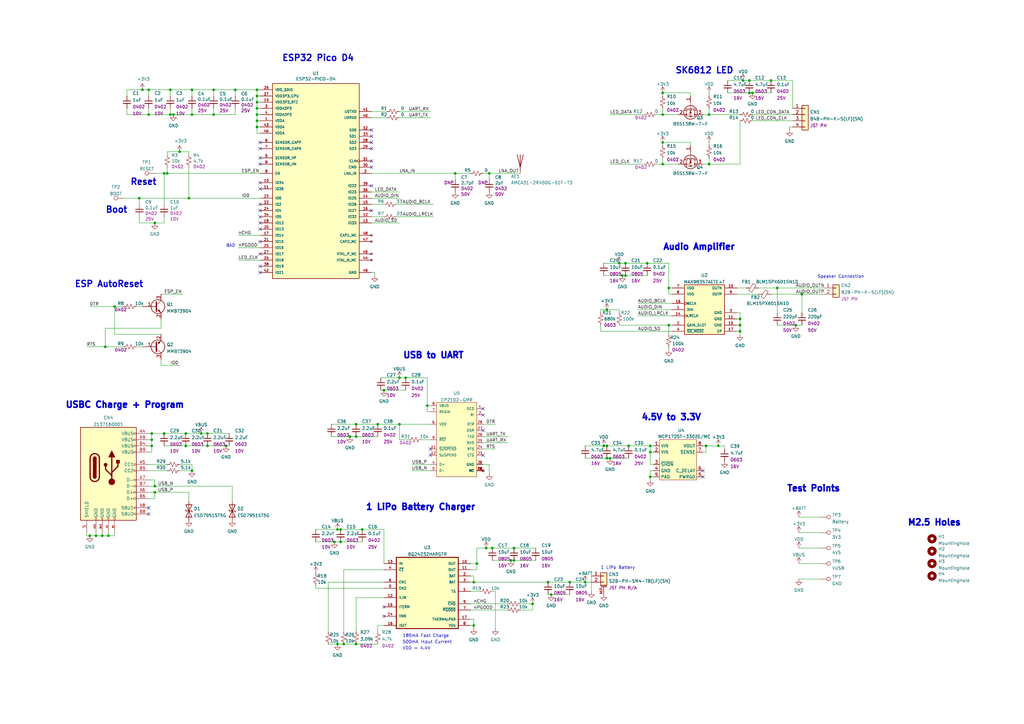
<source format=kicad_sch>
(kicad_sch (version 20211123) (generator eeschema)
  (paper "A3")
  (title_block (title "YellCube") (rev "A") (comment 1 "Aaron Nguyen"))
  (junction (at 271.78 46.99))
  (junction (at 201.93 224.79))
  (junction (at 224.79 238.76))
  (junction (at 226.06 243.84))
  (junction (at 63.5 199.39))
  (junction (at 209.55 229.87))
  (junction (at 143.51 179.07))
  (junction (at 146.05 173.99))
  (junction (at 92.71 182.88))
  (junction (at 69.85 36.83))
  (junction (at 58.42 36.83))
  (junction (at 43.18 142.24))
  (junction (at 105.41 46.99))
  (junction (at 210.82 229.87))
  (junction (at 200.66 71.12))
  (junction (at 105.41 52.07))
  (junction (at 326.39 133.35))
  (junction (at 105.41 41.91))
  (junction (at 274.32 133.35))
  (junction (at 289.56 182.88))
  (junction (at 105.41 49.53))
  (junction (at 76.2 182.88))
  (junction (at 69.85 46.99))
  (junction (at 138.43 264.16))
  (junction (at 87.63 46.99))
  (junction (at 96.52 36.83))
  (junction (at 148.59 217.17))
  (junction (at 73.66 62.23))
  (junction (at 157.483 160.02))
  (junction (at 137.16 222.25))
  (junction (at 140.97 264.16))
  (junction (at 36.83 219.71))
  (junction (at 139.7 217.17))
  (junction (at 303.53 133.35))
  (junction (at 85.09 177.8))
  (junction (at 240.03 238.76))
  (junction (at 257.81 182.88))
  (junction (at 63.5 201.93))
  (junction (at 62.23 180.34))
  (junction (at 248.92 127))
  (junction (at 255.27 113.03))
  (junction (at 87.63 36.83))
  (junction (at 308.61 38.1))
  (junction (at 290.83 67.31))
  (junction (at 163.83 154.94))
  (junction (at 318.77 118.11))
  (junction (at 154.94 173.99))
  (junction (at 163.83 173.99))
  (junction (at 71.12 46.99))
  (junction (at 77.47 81.28))
  (junction (at 274.32 118.11))
  (junction (at 138.43 217.17))
  (junction (at 78.74 36.83))
  (junction (at 194.31 256.54))
  (junction (at 57.15 81.28))
  (junction (at 175.26 166.37))
  (junction (at 304.8 33.02))
  (junction (at 60.96 46.99))
  (junction (at 271.78 58.42))
  (junction (at 146.05 264.16))
  (junction (at 265.43 107.95))
  (junction (at 303.53 135.89))
  (junction (at 254 107.95))
  (junction (at 210.82 224.79))
  (junction (at 186.69 71.12))
  (junction (at 63.5 91.44))
  (junction (at 247.65 182.88))
  (junction (at 105.41 44.45))
  (junction (at 85.09 182.88))
  (junction (at 78.74 46.99))
  (junction (at 62.23 182.88))
  (junction (at 67.31 71.12))
  (junction (at 146.05 179.07))
  (junction (at 41.91 219.71))
  (junction (at 328.93 120.65))
  (junction (at 39.37 219.71))
  (junction (at 307.34 38.1))
  (junction (at 271.78 38.1))
  (junction (at 195.58 231.14))
  (junction (at 316.23 33.02))
  (junction (at 266.7 185.42))
  (junction (at 248.92 182.88))
  (junction (at 199.39 224.79))
  (junction (at 290.83 46.99))
  (junction (at 44.45 219.71))
  (junction (at 105.41 39.37))
  (junction (at 250.19 187.96))
  (junction (at 266.7 182.88))
  (junction (at 166.37 154.94))
  (junction (at 266.7 195.58))
  (junction (at 256.54 113.03))
  (junction (at 82.55 177.8))
  (junction (at 62.23 177.8))
  (junction (at 256.54 107.95))
  (junction (at 46.99 125.73))
  (junction (at 67.31 177.8))
  (junction (at 303.53 130.81))
  (junction (at 105.41 36.83))
  (junction (at 233.68 238.76))
  (junction (at 271.78 67.31))
  (junction (at 194.31 238.76))
  (junction (at 218.44 247.65))
  (junction (at 248.92 187.96))
  (junction (at 76.2 177.8))
  (junction (at 307.34 33.02))
  (junction (at 78.74 193.04))
  (junction (at 60.96 36.83))
  (junction (at 139.7 222.25))
  (junction (at 68.58 71.12))
  (junction (at 294.64 182.88))
  (no_connect (at 106.68 99.06))
  (no_connect (at 106.68 104.14))
  (no_connect (at 288.29 195.58))
  (no_connect (at 106.68 58.42))
  (no_connect (at 60.96 210.82))
  (no_connect (at 198.12 167.64))
  (no_connect (at 176.53 184.15))
  (no_connect (at 176.53 186.69))
  (no_connect (at 288.29 193.04))
  (no_connect (at 106.68 77.47))
  (no_connect (at 152.4 68.58))
  (no_connect (at 152.4 60.96))
  (no_connect (at 157.48 252.73))
  (no_connect (at 152.4 86.36))
  (no_connect (at 106.68 86.36))
  (no_connect (at 198.12 170.18))
  (no_connect (at 152.4 55.88))
  (no_connect (at 106.68 93.98))
  (no_connect (at 106.68 67.31))
  (no_connect (at 106.68 64.77))
  (no_connect (at 106.68 83.82))
  (no_connect (at 152.4 66.04))
  (no_connect (at 152.4 53.34))
  (no_connect (at 106.68 74.93))
  (no_connect (at 152.4 58.42))
  (no_connect (at 106.68 60.96))
  (no_connect (at 106.68 91.44))
  (no_connect (at 106.68 109.22))
  (no_connect (at 152.4 76.2))
  (no_connect (at 198.12 186.69))
  (no_connect (at 198.12 176.53))
  (no_connect (at 60.96 208.28))
  (no_connect (at 106.68 111.76))
  (no_connect (at 106.68 88.9))
  (no_connect (at 157.48 248.92))
  (wire (pts (xy 290.83 64.77) (xy 290.83 67.31)))
  (wire (pts (xy 41.91 219.71) (xy 44.45 219.71)))
  (wire (pts (xy 290.83 67.31) (xy 303.53 67.31)))
  (wire (pts (xy 62.23 180.34) (xy 62.23 182.88)))
  (wire (pts (xy 77.47 81.28) (xy 106.68 81.28)))
  (wire (pts (xy 134.62 264.16) (xy 138.43 264.16)))
  (wire (pts (xy 57.15 88.9) (xy 57.15 91.44)))
  (wire (pts (xy 129.54 240.03) (xy 129.54 241.3)))
  (wire (pts (xy 162.56 83.82) (xy 177.8 83.82)))
  (wire (pts (xy 82.55 177.8) (xy 85.09 177.8)))
  (wire (pts (xy 60.96 44.45) (xy 60.96 46.99)))
  (wire (pts (xy 67.31 71.12) (xy 63.5 71.12)))
  (wire (pts (xy 152.4 81.28) (xy 163.83 81.28)))
  (wire (pts (xy 265.43 107.95) (xy 274.32 107.95)))
  (wire (pts (xy 156.21 154.94) (xy 163.83 154.94)))
  (wire (pts (xy 66.04 149.86) (xy 73.66 149.86)))
  (wire (pts (xy 138.43 217.17) (xy 139.7 217.17)))
  (wire (pts (xy 274.32 118.11) (xy 275.59 118.11)))
  (wire (pts (xy 283.21 38.1) (xy 283.21 39.37)))
  (wire (pts (xy 308.61 46.99) (xy 325.12 46.99)))
  (wire (pts (xy 269.24 67.31) (xy 271.78 67.31)))
  (wire (pts (xy 67.31 83.82) (xy 67.31 71.12)))
  (wire (pts (xy 105.41 44.45) (xy 105.41 46.99)))
  (wire (pts (xy 77.47 62.23) (xy 73.66 62.23)))
  (wire (pts (xy 255.27 113.03) (xy 256.54 113.03)))
  (wire (pts (xy 163.83 154.94) (xy 166.37 154.94)))
  (wire (pts (xy 60.96 201.93) (xy 63.5 201.93)))
  (wire (pts (xy 63.5 201.93) (xy 77.47 201.93)))
  (wire (pts (xy 316.23 33.02) (xy 325.12 33.02)))
  (wire (pts (xy 129.54 241.3) (xy 157.48 241.3)))
  (wire (pts (xy 146.05 173.99) (xy 154.94 173.99)))
  (wire (pts (xy 87.63 39.37) (xy 87.63 36.83)))
  (wire (pts (xy 224.79 238.76) (xy 233.68 238.76)))
  (wire (pts (xy 152.4 111.76) (xy 153.67 111.76)))
  (wire (pts (xy 154.94 256.54) (xy 157.48 256.54)))
  (wire (pts (xy 156.21 160.02) (xy 157.483 160.02)))
  (wire (pts (xy 290.83 58.42) (xy 290.83 59.69)))
  (wire (pts (xy 303.53 128.27) (xy 303.53 130.81)))
  (wire (pts (xy 106.68 49.53) (xy 105.41 49.53)))
  (wire (pts (xy 60.96 204.47) (xy 63.5 204.47)))
  (wire (pts (xy 327.66 218.44) (xy 336.55 218.44)))
  (wire (pts (xy 85.09 182.88) (xy 92.71 182.88)))
  (wire (pts (xy 266.7 185.42) (xy 267.97 185.42)))
  (wire (pts (xy 157.48 217.17) (xy 157.48 231.14)))
  (wire (pts (xy 52.07 44.45) (xy 52.07 46.99)))
  (wire (pts (xy 105.41 36.83) (xy 105.41 39.37)))
  (wire (pts (xy 283.21 58.42) (xy 283.21 59.69)))
  (wire (pts (xy 298.45 38.1) (xy 307.34 38.1)))
  (wire (pts (xy 274.32 107.95) (xy 274.32 118.11)))
  (wire (pts (xy 266.7 182.88) (xy 267.97 182.88)))
  (wire (pts (xy 69.85 46.99) (xy 71.12 46.99)))
  (wire (pts (xy 274.32 133.35) (xy 274.32 137.16)))
  (wire (pts (xy 248.92 127) (xy 246.38 127)))
  (wire (pts (xy 175.26 166.37) (xy 175.26 168.91)))
  (wire (pts (xy 68.58 62.23) (xy 68.58 63.5)))
  (wire (pts (xy 186.69 71.12) (xy 193.04 71.12)))
  (wire (pts (xy 60.96 39.37) (xy 60.96 36.83)))
  (wire (pts (xy 35.56 142.24) (xy 43.18 142.24)))
  (wire (pts (xy 105.41 49.53) (xy 105.41 52.07)))
  (wire (pts (xy 69.85 44.45) (xy 69.85 46.99)))
  (wire (pts (xy 69.85 39.37) (xy 69.85 36.83)))
  (wire (pts (xy 307.34 33.02) (xy 316.23 33.02)))
  (wire (pts (xy 87.63 46.99) (xy 96.52 46.99)))
  (wire (pts (xy 163.83 48.26) (xy 176.53 48.26)))
  (wire (pts (xy 290.83 44.45) (xy 290.83 46.99)))
  (wire (pts (xy 140.97 259.08) (xy 140.97 233.68)))
  (wire (pts (xy 63.5 91.44) (xy 67.31 91.44)))
  (wire (pts (xy 193.04 250.19) (xy 208.28 250.19)))
  (wire (pts (xy 62.23 177.8) (xy 67.31 177.8)))
  (wire (pts (xy 105.41 41.91) (xy 105.41 44.45)))
  (wire (pts (xy 246.38 133.35) (xy 246.38 135.89)))
  (wire (pts (xy 105.41 36.83) (xy 106.68 36.83)))
  (wire (pts (xy 271.78 58.42) (xy 283.21 58.42)))
  (wire (pts (xy 194.31 236.22) (xy 194.31 238.76)))
  (wire (pts (xy 152.4 83.82) (xy 157.48 83.82)))
  (wire (pts (xy 193.04 231.14) (xy 195.58 231.14)))
  (wire (pts (xy 198.12 179.07) (xy 208.28 179.07)))
  (wire (pts (xy 193.04 256.54) (xy 194.31 256.54)))
  (wire (pts (xy 140.97 264.16) (xy 146.05 264.16)))
  (wire (pts (xy 289.56 182.88) (xy 294.64 182.88)))
  (wire (pts (xy 261.62 129.54) (xy 275.59 129.54)))
  (wire (pts (xy 36.83 125.73) (xy 46.99 125.73)))
  (wire (pts (xy 311.15 118.11) (xy 318.77 118.11)))
  (wire (pts (xy 135.89 179.07) (xy 143.51 179.07)))
  (wire (pts (xy 193.04 247.65) (xy 208.28 247.65)))
  (wire (pts (xy 139.7 222.25) (xy 148.59 222.25)))
  (wire (pts (xy 302.26 135.89) (xy 303.53 135.89)))
  (wire (pts (xy 57.15 81.28) (xy 77.47 81.28)))
  (wire (pts (xy 167.64 180.34) (xy 163.83 180.34)))
  (wire (pts (xy 266.7 182.88) (xy 266.7 185.42)))
  (wire (pts (xy 76.2 177.8) (xy 82.55 177.8)))
  (wire (pts (xy 52.07 46.99) (xy 60.96 46.99)))
  (wire (pts (xy 78.74 44.45) (xy 78.74 46.99)))
  (wire (pts (xy 60.96 193.04) (xy 68.58 193.04)))
  (wire (pts (xy 66.04 130.81) (xy 66.04 134.62)))
  (wire (pts (xy 248.92 187.96) (xy 250.19 187.96)))
  (wire (pts (xy 271.78 38.1) (xy 271.78 39.37)))
  (wire (pts (xy 106.68 41.91) (xy 105.41 41.91)))
  (wire (pts (xy 39.37 218.44) (xy 39.37 219.71)))
  (wire (pts (xy 43.18 134.62) (xy 43.18 142.24)))
  (wire (pts (xy 67.31 91.44) (xy 67.31 88.9)))
  (wire (pts (xy 198.12 190.5) (xy 200.66 190.5)))
  (wire (pts (xy 146.05 264.16) (xy 154.94 264.16)))
  (wire (pts (xy 137.16 222.25) (xy 139.7 222.25)))
  (wire (pts (xy 327.66 212.09) (xy 336.55 212.09)))
  (wire (pts (xy 63.5 196.85) (xy 63.5 199.39)))
  (wire (pts (xy 68.58 71.12) (xy 106.68 71.12)))
  (wire (pts (xy 175.26 166.37) (xy 176.53 166.37)))
  (wire (pts (xy 209.55 229.87) (xy 210.82 229.87)))
  (wire (pts (xy 261.62 127) (xy 275.59 127)))
  (wire (pts (xy 60.96 196.85) (xy 63.5 196.85)))
  (wire (pts (xy 106.68 39.37) (xy 105.41 39.37)))
  (wire (pts (xy 195.58 231.14) (xy 195.58 233.68)))
  (wire (pts (xy 106.68 52.07) (xy 105.41 52.07)))
  (wire (pts (xy 106.68 54.61) (xy 105.41 54.61)))
  (wire (pts (xy 210.82 224.79) (xy 219.71 224.79)))
  (wire (pts (xy 106.68 46.99) (xy 105.41 46.99)))
  (wire (pts (xy 163.83 180.34) (xy 163.83 173.99)))
  (wire (pts (xy 52.07 39.37) (xy 52.07 36.83)))
  (wire (pts (xy 134.62 259.08) (xy 134.62 238.76)))
  (wire (pts (xy 316.23 120.65) (xy 328.93 120.65)))
  (wire (pts (xy 193.04 242.57) (xy 196.85 242.57)))
  (wire (pts (xy 135.89 173.99) (xy 146.05 173.99)))
  (wire (pts (xy 76.2 182.88) (xy 85.09 182.88)))
  (wire (pts (xy 328.93 120.65) (xy 337.82 120.65)))
  (wire (pts (xy 274.32 142.24) (xy 274.32 143.51)))
  (wire (pts (xy 240.03 187.96) (xy 248.92 187.96)))
  (wire (pts (xy 62.23 182.88) (xy 62.23 185.42)))
  (wire (pts (xy 60.96 36.83) (xy 69.85 36.83)))
  (wire (pts (xy 323.85 52.07) (xy 325.12 52.07)))
  (wire (pts (xy 162.56 88.9) (xy 177.8 88.9)))
  (wire (pts (xy 157.48 245.11) (xy 146.05 245.11)))
  (wire (pts (xy 152.4 91.44) (xy 163.83 91.44)))
  (wire (pts (xy 63.5 201.93) (xy 63.5 204.47)))
  (wire (pts (xy 302.26 118.11) (xy 306.07 118.11)))
  (wire (pts (xy 146.05 245.11) (xy 146.05 259.08)))
  (wire (pts (xy 200.66 73.66) (xy 200.66 71.12)))
  (wire (pts (xy 153.67 111.76) (xy 153.67 113.03)))
  (wire (pts (xy 67.31 182.88) (xy 76.2 182.88)))
  (wire (pts (xy 55.88 142.24) (xy 58.42 142.24)))
  (wire (pts (xy 327.66 231.14) (xy 336.55 231.14)))
  (wire (pts (xy 67.31 177.8) (xy 76.2 177.8)))
  (wire (pts (xy 97.79 106.68) (xy 106.68 106.68)))
  (wire (pts (xy 193.04 254) (xy 194.31 254)))
  (wire (pts (xy 271.78 44.45) (xy 271.78 46.99)))
  (wire (pts (xy 96.52 46.99) (xy 96.52 44.45)))
  (wire (pts (xy 274.32 133.35) (xy 275.59 133.35)))
  (wire (pts (xy 77.47 201.93) (xy 77.47 205.74)))
  (wire (pts (xy 198.12 184.15) (xy 203.2 184.15)))
  (wire (pts (xy 254 128.27) (xy 254 127)))
  (wire (pts (xy 96.52 36.83) (xy 96.52 39.37)))
  (wire (pts (xy 290.83 67.31) (xy 288.29 67.31)))
  (wire (pts (xy 203.2 242.57) (xy 203.2 257.81)))
  (wire (pts (xy 302.26 128.27) (xy 303.53 128.27)))
  (wire (pts (xy 266.7 195.58) (xy 267.97 195.58)))
  (wire (pts (xy 105.41 52.07) (xy 105.41 54.61)))
  (wire (pts (xy 303.53 135.89) (xy 303.53 137.16)))
  (wire (pts (xy 87.63 36.83) (xy 96.52 36.83)))
  (wire (pts (xy 302.26 120.65) (xy 311.15 120.65)))
  (wire (pts (xy 271.78 67.31) (xy 278.13 67.31)))
  (wire (pts (xy 43.18 142.24) (xy 50.8 142.24)))
  (wire (pts (xy 247.65 113.03) (xy 255.27 113.03)))
  (wire (pts (xy 97.79 101.6) (xy 106.68 101.6)))
  (wire (pts (xy 78.74 190.5) (xy 78.74 193.04)))
  (wire (pts (xy 200.66 71.12) (xy 213.36 71.12)))
  (wire (pts (xy 134.62 238.76) (xy 157.48 238.76)))
  (wire (pts (xy 327.66 224.79) (xy 336.55 224.79)))
  (wire (pts (xy 166.37 154.94) (xy 175.26 154.94)))
  (wire (pts (xy 60.96 180.34) (xy 62.23 180.34)))
  (wire (pts (xy 97.79 96.52) (xy 106.68 96.52)))
  (wire (pts (xy 60.96 199.39) (xy 63.5 199.39)))
  (wire (pts (xy 297.18 182.88) (xy 297.18 184.15)))
  (wire (pts (xy 195.58 224.79) (xy 199.39 224.79)))
  (wire (pts (xy 210.82 229.87) (xy 219.71 229.87)))
  (wire (pts (xy 186.69 73.66) (xy 186.69 71.12)))
  (wire (pts (xy 256.54 107.95) (xy 265.43 107.95)))
  (wire (pts (xy 35.56 219.71) (xy 36.83 219.71)))
  (wire (pts (xy 50.8 81.28) (xy 57.15 81.28)))
  (wire (pts (xy 266.7 190.5) (xy 266.7 185.42)))
  (wire (pts (xy 129.54 222.25) (xy 137.16 222.25)))
  (wire (pts (xy 247.65 107.95) (xy 254 107.95)))
  (wire (pts (xy 261.62 124.46) (xy 275.59 124.46)))
  (wire (pts (xy 77.47 68.58) (xy 77.47 81.28)))
  (wire (pts (xy 201.93 229.87) (xy 209.55 229.87)))
  (wire (pts (xy 254 127) (xy 248.92 127)))
  (wire (pts (xy 267.97 193.04) (xy 266.7 193.04)))
  (wire (pts (xy 308.61 49.53) (xy 325.12 49.53)))
  (wire (pts (xy 78.74 46.99) (xy 87.63 46.99)))
  (wire (pts (xy 129.54 217.17) (xy 138.43 217.17)))
  (wire (pts (xy 199.39 224.79) (xy 201.93 224.79)))
  (wire (pts (xy 195.58 224.79) (xy 195.58 231.14)))
  (wire (pts (xy 269.24 46.99) (xy 271.78 46.99)))
  (wire (pts (xy 71.12 46.99) (xy 78.74 46.99)))
  (wire (pts (xy 35.56 218.44) (xy 35.56 219.71)))
  (wire (pts (xy 168.91 190.5) (xy 176.53 190.5)))
  (wire (pts (xy 87.63 44.45) (xy 87.63 46.99)))
  (wire (pts (xy 36.83 219.71) (xy 39.37 219.71)))
  (wire (pts (xy 271.78 64.77) (xy 271.78 67.31)))
  (wire (pts (xy 57.15 91.44) (xy 63.5 91.44)))
  (wire (pts (xy 78.74 36.83) (xy 87.63 36.83)))
  (wire (pts (xy 68.58 68.58) (xy 68.58 71.12)))
  (wire (pts (xy 73.66 62.23) (xy 68.58 62.23)))
  (wire (pts (xy 289.56 185.42) (xy 289.56 182.88)))
  (wire (pts (xy 248.92 182.88) (xy 257.81 182.88)))
  (wire (pts (xy 247.65 182.88) (xy 248.92 182.88)))
  (wire (pts (xy 250.19 187.96) (xy 257.81 187.96)))
  (wire (pts (xy 138.43 264.16) (xy 140.97 264.16)))
  (wire (pts (xy 226.06 243.84) (xy 233.68 243.84)))
  (wire (pts (xy 201.93 242.57) (xy 203.2 242.57)))
  (wire (pts (xy 250.19 46.99) (xy 264.16 46.99)))
  (wire (pts (xy 290.83 46.99) (xy 303.53 46.99)))
  (wire (pts (xy 288.29 185.42) (xy 289.56 185.42)))
  (wire (pts (xy 271.78 46.99) (xy 278.13 46.99)))
  (wire (pts (xy 46.99 137.16) (xy 46.99 125.73)))
  (wire (pts (xy 66.04 120.65) (xy 74.93 120.65)))
  (wire (pts (xy 152.4 78.74) (xy 163.83 78.74)))
  (wire (pts (xy 73.66 190.5) (xy 78.74 190.5)))
  (wire (pts (xy 194.31 254) (xy 194.31 256.54)))
  (wire (pts (xy 303.53 133.35) (xy 303.53 135.89)))
  (wire (pts (xy 194.31 238.76) (xy 224.79 238.76)))
  (wire (pts (xy 213.36 250.19) (xy 218.44 250.19)))
  (wire (pts (xy 294.64 182.88) (xy 297.18 182.88)))
  (wire (pts (xy 46.99 137.16) (xy 66.04 137.16)))
  (wire (pts (xy 193.04 238.76) (xy 194.31 238.76)))
  (wire (pts (xy 172.72 180.34) (xy 176.53 180.34)))
  (wire (pts (xy 257.81 182.88) (xy 266.7 182.88)))
  (wire (pts (xy 201.93 224.79) (xy 210.82 224.79)))
  (wire (pts (xy 246.38 127) (xy 246.38 128.27)))
  (wire (pts (xy 39.37 219.71) (xy 41.91 219.71)))
  (wire (pts (xy 46.99 219.71) (xy 46.99 218.44)))
  (wire (pts (xy 46.99 125.73) (xy 50.8 125.73)))
  (wire (pts (xy 198.12 173.99) (xy 203.2 173.99)))
  (wire (pts (xy 60.96 177.8) (xy 62.23 177.8)))
  (wire (pts (xy 288.29 182.88) (xy 289.56 182.88)))
  (wire (pts (xy 60.96 185.42) (xy 62.23 185.42)))
  (wire (pts (xy 52.07 36.83) (xy 58.42 36.83)))
  (wire (pts (xy 92.71 182.88) (xy 93.98 182.88)))
  (wire (pts (xy 254 133.35) (xy 274.32 133.35)))
  (wire (pts (xy 148.59 217.17) (xy 157.48 217.17)))
  (wire (pts (xy 96.52 36.83) (xy 105.41 36.83)))
  (wire (pts (xy 154.94 259.08) (xy 154.94 256.54)))
  (wire (pts (xy 163.83 45.72) (xy 176.53 45.72)))
  (wire (pts (xy 60.96 190.5) (xy 68.58 190.5)))
  (wire (pts (xy 73.66 193.04) (xy 78.74 193.04)))
  (wire (pts (xy 143.51 179.07) (xy 146.05 179.07)))
  (wire (pts (xy 308.61 38.1) (xy 316.23 38.1)))
  (wire (pts (xy 254 107.95) (xy 256.54 107.95)))
  (wire (pts (xy 307.34 38.1) (xy 308.61 38.1)))
  (wire (pts (xy 152.4 71.12) (xy 186.69 71.12)))
  (wire (pts (xy 290.83 46.99) (xy 288.29 46.99)))
  (wire (pts (xy 200.66 71.12) (xy 198.12 71.12)))
  (wire (pts (xy 146.05 179.07) (xy 154.94 179.07)))
  (wire (pts (xy 326.39 133.35) (xy 328.93 133.35)))
  (wire (pts (xy 303.53 130.81) (xy 303.53 133.35)))
  (wire (pts (xy 218.44 250.19) (xy 218.44 247.65)))
  (wire (pts (xy 105.41 46.99) (xy 105.41 49.53)))
  (wire (pts (xy 55.88 125.73) (xy 58.42 125.73)))
  (wire (pts (xy 193.04 236.22) (xy 194.31 236.22)))
  (wire (pts (xy 85.09 177.8) (xy 93.98 177.8)))
  (wire (pts (xy 267.97 190.5) (xy 266.7 190.5)))
  (wire (pts (xy 302.26 130.81) (xy 303.53 130.81)))
  (wire (pts (xy 304.8 33.02) (xy 307.34 33.02)))
  (wire (pts (xy 140.97 233.68) (xy 157.48 233.68)))
  (wire (pts (xy 250.19 67.31) (xy 264.16 67.31)))
  (wire (pts (xy 194.31 256.54) (xy 194.31 257.81)))
  (wire (pts (xy 163.83 173.99) (xy 176.53 173.99)))
  (wire (pts (xy 318.77 118.11) (xy 337.82 118.11)))
  (wire (pts (xy 274.32 120.65) (xy 275.59 120.65)))
  (wire (pts (xy 240.03 182.88) (xy 247.65 182.88)))
  (wire (pts (xy 66.04 147.32) (xy 66.04 149.86)))
  (wire (pts (xy 60.96 46.99) (xy 69.85 46.99)))
  (wire (pts (xy 57.15 83.82) (xy 57.15 81.28)))
  (wire (pts (xy 168.91 193.04) (xy 176.53 193.04)))
  (wire (pts (xy 95.25 199.39) (xy 95.25 205.74)))
  (wire (pts (xy 198.12 181.61) (xy 208.28 181.61)))
  (wire (pts (xy 175.26 154.94) (xy 175.26 166.37)))
  (wire (pts (xy 266.7 193.04) (xy 266.7 195.58)))
  (wire (pts (xy 274.32 118.11) (xy 274.32 120.65)))
  (wire (pts (xy 106.68 44.45) (xy 105.41 44.45)))
  (wire (pts (xy 298.45 33.02) (xy 304.8 33.02)))
  (wire (pts (xy 200.66 190.5) (xy 200.66 194.31)))
  (wire (pts (xy 323.85 53.34) (xy 323.85 52.07)))
  (wire (pts (xy 157.483 160.02) (xy 166.37 160.02)))
  (wire (pts (xy 193.04 233.68) (xy 195.58 233.68)))
  (wire (pts (xy 152.4 45.72) (xy 158.75 45.72)))
  (wire (pts (xy 58.42 36.83) (xy 60.96 36.83)))
  (wire (pts (xy 271.78 38.1) (xy 283.21 38.1)))
  (wire (pts (xy 105.41 39.37) (xy 105.41 41.91)))
  (wire (pts (xy 154.94 173.99) (xy 163.83 173.99)))
  (wire (pts (xy 246.38 135.89) (xy 275.59 135.89)))
  (wire (pts (xy 63.5 199.39) (xy 95.25 199.39)))
  (wire (pts (xy 303.53 67.31) (xy 303.53 49.53)))
  (wire (pts (xy 139.7 217.17) (xy 148.59 217.17)))
  (wire (pts (xy 44.45 218.44) (xy 44.45 219.71)))
  (wire (pts (xy 41.91 218.44) (xy 41.91 219.71)))
  (wire (pts (xy 318.77 133.35) (xy 326.39 133.35)))
  (wire (pts (xy 256.54 113.03) (xy 265.43 113.03)))
  (wire (pts (xy 290.83 38.1) (xy 290.83 39.37)))
  (wire (pts (xy 44.45 219.71) (xy 46.99 219.71)))
  (wire (pts (xy 175.26 168.91) (xy 176.53 168.91)))
  (wire (pts (xy 68.58 71.12) (xy 67.31 71.12)))
  (wire (pts (xy 152.4 48.26) (xy 158.75 48.26)))
  (wire (pts (xy 240.03 238.76) (xy 242.57 238.76)))
  (wire (pts (xy 266.7 195.58) (xy 266.7 196.85)))
  (wire (pts (xy 233.68 238.76) (xy 240.03 238.76)))
  (wire (pts (xy 60.96 182.88) (xy 62.23 182.88)))
  (wire (pts (xy 152.4 88.9) (xy 157.48 88.9)))
  (wire (pts (xy 77.47 63.5) (xy 77.47 62.23)))
  (wire (pts (xy 325.12 33.02) (xy 325.12 44.45)))
  (wire (pts (xy 69.85 36.83) (xy 78.74 36.83)))
  (wire (pts (xy 213.36 247.65) (xy 218.44 247.65)))
  (wire (pts (xy 242.57 236.22) (xy 242.57 242.57)))
  (wire (pts (xy 43.18 134.62) (xy 66.04 134.62)))
  (wire (pts (xy 62.23 177.8) (xy 62.23 180.34)))
  (wire (pts (xy 328.93 120.65) (xy 328.93 128.27)))
  (wire (pts (xy 318.77 118.11) (xy 318.77 128.27)))
  (wire (pts (xy 224.79 243.84) (xy 226.06 243.84)))
  (wire (pts (xy 78.74 39.37) (xy 78.74 36.83)))
  (wire (pts (xy 302.26 133.35) (xy 303.53 133.35)))
  (wire (pts (xy 327.66 237.49) (xy 336.55 237.49)))
  (wire (pts (xy 271.78 58.42) (xy 271.78 59.69)))
  (text "Boot" (at 43.18 87.63 0) (effects (font (size 2.54 2.54) (thickness 0.508) bold) (justify left bottom)))
  (text "Test Points" (at 322.58 201.93 0) (effects (font (size 2.54 2.54) (thickness 1.016) bold) (justify left bottom)))
  (text "ESP32 Pico D4" (at 115.57 25.4 0) (effects (font (size 2.54 2.54) (thickness 0.508) bold) (justify left bottom)))
  (text "ESP AutoReset" (at 30.48 118.11 0) (effects (font (size 2.54 2.54) (thickness 0.508) bold) (justify left bottom)))
  (text "1 LiPo Battery" (at 246.38 233.68 0) (effects (font (size 1.27 1.27)) (justify left bottom)))
  (text "Reset" (at 53.34 76.2 0) (effects (font (size 2.54 2.54) (thickness 0.508) bold) (justify left bottom)))
  (text "VDD = 4.4V" (at 165.1 266.7 0) (effects (font (size 1.27 1.27)) (justify left bottom)))
  (text "1 LiPo Battery Charger" (at 149.86 209.55 0) (effects (font (size 2.54 2.54) (thickness 1.016) bold) (justify left bottom)))
  (text "BAD" (at 92.71 101.6 0) (effects (font (size 1.27 1.27)) (justify left bottom)))
  (text "4.5V to 3.3V" (at 262.89 172.72 0) (effects (font (size 2.54 2.54) (thickness 1.016) bold) (justify left bottom)))
  (text "SK6812 LED" (at 276.86 30.48 0) (effects (font (size 2.54 2.54) (thickness 0.508) bold) (justify left bottom)))
  (text "500mA Input Current" (at 165.1 264.16 0) (effects (font (size 1.27 1.27)) (justify left bottom)))
  (text "185mA Fast Charge" (at 165.1 261.62 0) (effects (font (size 1.27 1.27)) (justify left bottom)))
  (text "USBC Charge + Program" (at 26.67 167.64 0) (effects (font (size 2.54 2.54) (thickness 1.016) bold) (justify left bottom)))
  (text "M2.5 Holes" (at 372.11 215.9 0) (effects (font (size 2.54 2.54) (thickness 1.016) bold) (justify left bottom)))
  (text "Speaker Connection" (at 335.28 114.3 0) (effects (font (size 1.27 1.27)) (justify left bottom)))
  (text "Audio Amplifier" (at 271.78 102.87 0) (effects (font (size 2.54 2.54) (thickness 1.016) bold) (justify left bottom)))
  (text "USB to UART" (at 165.1 147.32 0) (effects (font (size 2.54 2.54) (thickness 1.016) bold) (justify left bottom)))
  (label "DTR" (at 36.83 125.73 0))
  (label "LED_DATA" (at 153.67 78.74 0))
  (label "nPGOOD" (at 97.79 101.6 0))
  (label "nCHG" (at 194.31 247.65 0))
  (label "AUDIO_BCLK" (at 165.1 83.82 0))
  (label "AUDIO_OUTN" (at 326.39 118.11 0))
  (label "IO0" (at 99.06 81.28 0))
  (label "RTS" (at 199.39 184.15 0))
  (label "ESP_EN" (at 99.06 71.12 0))
  (label "USB_P" (at 168.91 190.5 0))
  (label "nPGOOD" (at 194.31 250.19 0))
  (label "UART_TX" (at 167.64 48.26 0))
  (label "AUDIO_DIN" (at 153.67 81.28 0))
  (label "DTR" (at 199.39 173.99 0))
  (label "UART_RX" (at 167.64 45.72 0))
  (label "USB_N" (at 64.77 199.39 0))
  (label "LED_CON_DATA" (at 309.88 46.99 0))
  (label "USB_N" (at 168.91 193.04 0))
  (label "LED_CON_CLK" (at 309.88 49.53 0))
  (label "AUDIO_BCLK" (at 261.62 124.46 0))
  (label "USB_P" (at 64.77 201.93 0))
  (label "LNA_OUT" (at 204.47 71.12 0))
  (label "nCHG" (at 97.79 96.52 0))
  (label "AUDIO_LRCLK" (at 165.1 88.9 0))
  (label "AUDIO_DIN" (at 261.62 127 0))
  (label "IO0" (at 69.85 149.86 0))
  (label "RTS" (at 35.56 142.24 0))
  (label "LED_DATA" (at 250.19 46.99 0))
  (label "AUDIO_SD" (at 153.67 91.44 0))
  (label "AUDIO_SD" (at 261.62 135.89 0))
  (label "AUDIO_OUTP" (at 326.39 120.65 0))
  (label "UART_TX" (at 199.39 179.07 0))
  (label "AUDIO_LRCLK" (at 261.62 129.54 0))
  (label "UART_RX" (at 199.39 181.61 0))
  (label "LNA_IN" (at 163.83 71.12 0))
  (label "LED_CLK" (at 97.79 106.68 0))
  (label "ESP_EN" (at 67.31 120.65 0))
  (label "LED_CLK" (at 250.19 67.31 0))
  (symbol (lib_id "personal_capacitors:2.2uF") (at 76.2 180.34 0) (unit 1)
    (property "Reference" "C30" (at 78.5241 176.6627 0) (effects (justify left)))
    (property "Value" "2.2uF" (at 78.5241 179.4378 0) (effects (justify left)))
    (property "Footprint" "Capacitor_SMD:C_0603_1608Metric" (effects hide))
    (property "Manufacturer" "Samsung Electro-Mechanics" (effects hide))
    (property "Part Number" "1276-1085-1-ND" (effects hide))
    (property "Size" "0603" (at 78.5241 182.2129 0) (effects (justify left)))
    (property "Voltage" "10V" (at 78.5241 184.988 0) (effects (justify left)))
  )
  (symbol (lib_id "personal:TestPoint") (at 336.55 212.09 270) (unit 1) (in_bom no)
    (property "Reference" "TP3" (at 341.249 211.1815 90) (effects (justify left)))
    (property "Value" "Battery" (at 341.249 213.9566 90) (effects (justify left)))
    (property "Footprint" "personal:CurrentTestPoint" (effects hide))
  )
  (symbol (lib_id "personal_bjt:MMBT3904") (at 63.5 142.24 0) (mirror x) (unit 1)
    (property "Reference" "Q2" (at 68.3514 141.3315 0) (effects (justify left)))
    (property "Value" "MMBT3904" (at 68.3514 144.1066 0) (effects (justify left)))
    (property "Footprint" "Package_TO_SOT_SMD:SOT-23" (effects hide))
    (property "Datasheet" "https://datasheet.lcsc.com/lcsc/1811011934_Changjiang-Electronics-Tech--CJ-MMBT3904_C20526.pdf" (effects hide))
    (property "Manufacturer" "Changjiang Electronics Tech (CJ)" (effects hide))
    (property "Part Number" "C20526" (effects hide))
  )
  (symbol (lib_id "Mechanical:MountingHole") (at 382.27 231.14 0) (unit 1)
    (property "Reference" "H3" (at 384.81 230.2315 0) (effects (justify left)))
    (property "Value" "MountingHole" (at 384.81 233.0066 0) (effects (justify left)))
    (property "Footprint" "MountingHole:MountingHole_2.7mm_M2.5_ISO14580" (effects hide))
  )
  (symbol (lib_id "personal_antenna:AMCA31-2R450G-S1F-T3") (at 213.36 66.04 0) (unit 1)
    (property "Reference" "AE1" (at 209.55 72.39 0) (effects (justify left)))
    (property "Value" "AMCA31-2R450G-S1F-T3" (at 209.55 74.93 0) (effects (justify left)))
    (property "Footprint" "personal:ANT_AMCA31-2R450G-S1F-T3" (effects hide))
    (property "Datasheet" "https://abracon.com/chip-antenna/AMCA31-2R450G-S1F-T3.pdf" (effects hide))
    (property "Manufacturer" "Personal" (effects hide))
    (property "Part Number" "535-14095-1-ND" (effects hide))
  )
  (symbol (lib_id "power:GND") (at 303.53 137.16 0) (unit 1)
    (property "Reference" "#PWR0114" (effects hide))
    (property "Value" "GND" (at 303.53 141.7225 0))
  )
  (symbol (lib_id "personal_capacitors:2.2uF") (at 67.31 180.34 0) (unit 1)
    (property "Reference" "C29" (at 69.6341 176.6627 0) (effects (justify left)))
    (property "Value" "2.2uF" (at 69.6341 179.4378 0) (effects (justify left)))
    (property "Footprint" "Capacitor_SMD:C_0603_1608Metric" (effects hide))
    (property "Manufacturer" "Samsung Electro-Mechanics" (effects hide))
    (property "Part Number" "1276-1085-1-ND" (effects hide))
    (property "Size" "0603" (at 69.6341 182.2129 0) (effects (justify left)))
    (property "Voltage" "10V" (at 69.6341 184.988 0) (effects (justify left)))
  )
  (symbol (lib_id "personal_resistors:100k") (at 274.32 139.7 180) (unit 1)
    (property "Reference" "R24" (at 276.86 138.43 0))
    (property "Value" "100k" (at 278.13 140.97 0))
    (property "Footprint" "Resistor_SMD:R_0402_1005Metric" (effects hide))
    (property "Manufacturer" "Delta Electronics/Cyntec" (effects hide))
    (property "Part Number" "2037-PFR05S-104-FNHCT-ND" (effects hide))
    (property "Size" "0402" (at 278.13 143.51 0))
  )
  (symbol (lib_id "power:GND") (at 297.18 189.23 0) (unit 1)
    (property "Reference" "#PWR0121" (effects hide))
    (property "Value" "GND" (at 297.18 193.7925 0))
  )
  (symbol (lib_id "power:GND") (at 92.71 182.88 0) (unit 1)
    (property "Reference" "#PWR0138" (effects hide))
    (property "Value" "GND" (at 92.71 187.4425 0))
  )
  (symbol (lib_id "power:GND") (at 247.65 243.84 0) (unit 1)
    (property "Reference" "#PWR0111" (effects hide))
    (property "Value" "GND" (at 247.65 248.4025 0))
  )
  (symbol (lib_id "personal_resistors:0") (at 266.7 46.99 90) (unit 1)
    (property "Reference" "R12" (at 261.62 45.72 90))
    (property "Value" "0" (at 269.24 45.72 90))
    (property "Footprint" "Resistor_SMD:R_0402_1005Metric" (effects hide))
    (property "Manufacturer" "Stackpole Electronics Inc" (effects hide))
    (property "Part Number" "RMCF0402ZT0R00CT-ND" (effects hide))
    (property "Size" "0402" (at 262.89 48.26 90))
  )
  (symbol (lib_id "personal_capacitors:2.7pF") (at 186.69 76.2 0) (unit 1) (in_bom no)
    (property "Reference" "C7" (at 189.0268 72.7202 0) (effects (justify left)))
    (property "Value" "2.7pF" (at 189.0268 75.0316 0) (effects (justify left)))
    (property "Footprint" "Capacitor_SMD:C_0402_1005Metric" (effects hide))
    (property "Manufacturer" "YAGEO" (effects hide))
    (property "Part Number" "311-1005-1-ND" (effects hide))
    (property "Size" "0402" (at 189.0268 77.343 0) (effects (justify left)))
    (property "Voltage" "50V" (at 189.0268 79.6544 0) (effects (justify left)))
    (property "DNP" "DNP" (at 184.15 74.93 0))
  )
  (symbol (lib_id "Mechanical:MountingHole") (at 382.27 226.06 0) (unit 1)
    (property "Reference" "H2" (at 384.81 225.1515 0) (effects (justify left)))
    (property "Value" "MountingHole" (at 384.81 227.9266 0) (effects (justify left)))
    (property "Footprint" "MountingHole:MountingHole_2.7mm_M2.5_ISO14580" (effects hide))
  )
  (symbol (lib_id "power:GND") (at 143.51 179.07 0) (unit 1)
    (property "Reference" "#PWR0134" (effects hide))
    (property "Value" "GND" (at 143.51 183.6325 0))
  )
  (symbol (lib_id "power:+3.3V") (at 73.66 62.23 0) (unit 1)
    (property "Reference" "#PWR0103" (effects hide))
    (property "Value" "+3.3V" (at 74.041 57.8358 0))
  )
  (symbol (lib_id "personal_capacitors:2.2uF") (at 85.09 180.34 0) (unit 1)
    (property "Reference" "C31" (at 87.4141 176.6627 0) (effects (justify left)))
    (property "Value" "2.2uF" (at 87.4141 179.4378 0) (effects (justify left)))
    (property "Footprint" "Capacitor_SMD:C_0603_1608Metric" (effects hide))
    (property "Manufacturer" "Samsung Electro-Mechanics" (effects hide))
    (property "Part Number" "1276-1085-1-ND" (effects hide))
    (property "Size" "0603" (at 87.4141 182.2129 0) (effects (justify left)))
    (property "Voltage" "10V" (at 87.4141 184.988 0) (effects (justify left)))
  )
  (symbol (lib_id "personal_capacitors:10uF") (at 210.82 227.33 0) (unit 1)
    (property "Reference" "C18" (at 213.1441 223.6527 0) (effects (justify left)))
    (property "Value" "10uF" (at 213.1441 226.4278 0) (effects (justify left)))
    (property "Footprint" "Capacitor_SMD:C_0805_2012Metric" (effects hide))
    (property "Manufacturer" "Samsung Electro-Mechanics" (effects hide))
    (property "Part Number" "1276-2893-1-ND" (effects hide))
    (property "Size" "0805" (at 213.1441 229.2029 0) (effects (justify left)))
    (property "Voltage" "16V" (at 213.1441 231.978 0) (effects (justify left)))
  )
  (symbol (lib_id "personal_capacitors:4.7uF") (at 240.03 185.42 0) (unit 1)
    (property "Reference" "C33" (at 242.3541 181.7427 0) (effects (justify left)))
    (property "Value" "4.7uF" (at 242.3541 184.5178 0) (effects (justify left)))
    (property "Footprint" "Capacitor_SMD:C_0603_1608Metric" (effects hide))
    (property "Manufacturer" "Samsung Electro-Mechanics" (effects hide))
    (property "Part Number" "1276-1784-1-ND" (effects hide))
    (property "Size" "0603" (at 242.3541 187.2929 0) (effects (justify left)))
    (property "Voltage" "16V" (at 242.3541 190.068 0) (effects (justify left)))
  )
  (symbol (lib_id "personal_connectors:S2B-PH-SM4-TB(LF)(SN)") (at 247.65 236.22 0) (unit 1)
    (property "Reference" "CN3" (at 249.682 235.5495 0) (effects (justify left)))
    (property "Value" "S2B-PH-SM4-TB(LF)(SN)" (at 249.682 238.3246 0) (effects (justify left)))
    (property "Footprint" "personal:JST_S2B-PH-SM4-TB(LF)(SN)" (effects hide))
    (property "Manufacturer" "JST Sales America Inc." (effects hide))
    (property "Part Number" "455-1749-1-ND" (effects hide))
    (property "Type" "JST PH R/A" (at 249.682 241.0997 0) (effects (justify left)))
  )
  (symbol (lib_id "power:GND") (at 36.83 219.71 0) (unit 1)
    (property "Reference" "#PWR0139" (effects hide))
    (property "Value" "GND" (at 36.83 224.2725 0))
  )
  (symbol (lib_id "personal_resistors:3.09k") (at 146.05 261.62 0) (unit 1)
    (property "Reference" "R27" (at 147.701 259.3239 0) (effects (justify left)))
    (property "Value" "3.09k" (at 147.701 262.099 0) (effects (justify left)))
    (property "Footprint" "Resistor_SMD:R_0402_1005Metric" (effects hide))
    (property "Manufacturer" "Stackpole Electronics Inc" (effects hide))
    (property "Part Number" "RMCF0402FT3K09CT-ND" (effects hide))
    (property "Size" "0402" (at 147.701 264.8741 0) (effects (justify left)))
  )
  (symbol (lib_id "personal_resistors:5.1k") (at 71.12 190.5 90) (unit 1)
    (property "Reference" "R29" (at 66.04 189.23 90))
    (property "Value" "5.1k" (at 76.2 189.23 90))
    (property "Footprint" "Resistor_SMD:R_0402_1005Metric" (effects hide))
    (property "Manufacturer" "YAGEO" (effects hide))
    (property "Part Number" "311-5.10KLRCT-ND" (effects hide))
    (property "Size" "0402" (effects hide))
  )
  (symbol (lib_id "personal:TestPoint") (at 336.55 237.49 270) (unit 1) (in_bom no)
    (property "Reference" "TP7" (at 341.249 236.5815 90) (effects (justify left)))
    (property "Value" "GND" (at 341.249 239.3566 90) (effects (justify left)))
    (property "Footprint" "personal:CurrentTestPoint" (effects hide))
  )
  (symbol (lib_id "power:GND") (at 209.55 229.87 0) (unit 1)
    (property "Reference" "#PWR0129" (effects hide))
    (property "Value" "GND" (at 209.55 234.4325 0))
  )
  (symbol (lib_id "power:GND") (at 266.7 196.85 0) (unit 1)
    (property "Reference" "#PWR0123" (effects hide))
    (property "Value" "GND" (at 266.7 201.4125 0))
  )
  (symbol (lib_id "personal_connectors:2137160001") (at 44.45 195.58 0) (unit 1)
    (property "Reference" "CN4" (at 44.45 171.2935 0))
    (property "Value" "2137160001" (at 44.45 174.0686 0))
    (property "Footprint" "personal:2137160001" (effects hide))
    (property "Datasheet" "https://www.molex.com/webdocs/datasheets/pdf/en-us/2137160001_IO_CONNECTORS.pdf" (effects hide))
    (property "Manufacturer" "Personal" (effects hide))
    (property "Part Number" "900-2137160001CT-ND" (effects hide))
  )
  (symbol (lib_id "personal_resistors:33") (at 160.02 88.9 90) (unit 1)
    (property "Reference" "R7" (at 156.21 87.63 90))
    (property "Value" "33" (at 163.83 87.63 90))
    (property "Footprint" "Resistor_SMD:R_0402_1005Metric" (effects hide))
    (property "Manufacturer" "YAGEO" (effects hide))
    (property "Part Number" "311-33.0LRCT-ND" (effects hide))
    (property "Size" "0402" (effects hide))
  )
  (symbol (lib_id "personal_inductors:BLM15PX601SN1D") (at 313.69 120.65 90) (unit 1)
    (property "Reference" "FB2" (at 309.88 121.92 90))
    (property "Value" "BLM15PX601SN1D" (at 314.96 124.46 90))
    (property "Footprint" "Inductor_SMD:L_0402_1005Metric" (effects hide))
    (property "Datasheet" "https://www.murata.com/en-us/products/productdata/8796740059166/ENFA0018.pdf" (effects hide))
    (property "Manufacturer" "Murata Electronics" (effects hide))
    (property "Part Number" "490-9657-1-ND" (effects hide))
  )
  (symbol (lib_id "personal_capacitors:220pF") (at 328.93 130.81 0) (unit 1)
    (property "Reference" "C26" (at 331.2541 127.1327 0) (effects (justify left)))
    (property "Value" "220pF" (at 331.2541 129.9078 0) (effects (justify left)))
    (property "Footprint" "Capacitor_SMD:C_0402_1005Metric" (effects hide))
    (property "Manufacturer" "YAGEO" (effects hide))
    (property "Part Number" "311-1035-1-ND" (effects hide))
    (property "Size" "0402" (at 331.2541 132.6829 0) (effects (justify left)))
    (property "Voltage" "50V" (at 331.2541 135.458 0) (effects (justify left)))
  )
  (symbol (lib_id "personal_inductors:BLM15PX601SN1D") (at 308.61 118.11 90) (unit 1)
    (property "Reference" "FB1" (at 306.07 115.57 90))
    (property "Value" "BLM15PX601SN1D" (at 318.77 115.57 90))
    (property "Footprint" "Inductor_SMD:L_0402_1005Metric" (effects hide))
    (property "Datasheet" "https://www.murata.com/en-us/products/productdata/8796740059166/ENFA0018.pdf" (effects hide))
    (property "Manufacturer" "Murata Electronics" (effects hide))
    (property "Part Number" "490-9657-1-ND" (effects hide))
  )
  (symbol (lib_id "personal:TestPoint") (at 50.8 81.28 90) (unit 1) (in_bom no)
    (property "Reference" "TP2" (at 47.498 76.6785 90))
    (property "Value" "BOOT" (at 47.498 79.4536 90))
    (property "Footprint" "personal:CurrentTestPoint" (effects hide))
  )
  (symbol (lib_id "power:VBUS") (at 163.83 154.94 0) (unit 1)
    (property "Reference" "#PWR0108" (effects hide))
    (property "Value" "VBUS" (at 163.83 151.3355 0))
  )
  (symbol (lib_id "personal_capacitors:2.2uF") (at 129.54 219.71 0) (unit 1)
    (property "Reference" "C14" (at 131.8641 216.0327 0) (effects (justify left)))
    (property "Value" "2.2uF" (at 131.8641 218.8078 0) (effects (justify left)))
    (property "Footprint" "Capacitor_SMD:C_0603_1608Metric" (effects hide))
    (property "Manufacturer" "Samsung Electro-Mechanics" (effects hide))
    (property "Part Number" "1276-1085-1-ND" (effects hide))
    (property "Size" "0603" (at 131.8641 221.5829 0) (effects (justify left)))
    (property "Voltage" "10V" (at 131.8641 224.358 0) (effects (justify left)))
  )
  (symbol (lib_id "personal_capacitors:0.1uF") (at 57.15 86.36 0) (unit 1)
    (property "Reference" "C9" (at 59.4868 82.8802 0) (effects (justify left)))
    (property "Value" "0.1uF" (at 59.4868 85.1916 0) (effects (justify left)))
    (property "Footprint" "Capacitor_SMD:C_0402_1005Metric" (effects hide))
    (property "Manufacturer" "Samsung Electro-Mechanics" (effects hide))
    (property "Part Number" "1276-1043-1-ND" (effects hide))
    (property "Size" "0402" (at 59.4868 87.503 0) (effects (justify left)))
    (property "Voltage" "25V" (at 59.4868 89.8144 0) (effects (justify left)))
  )
  (symbol (lib_id "power:VDD") (at 290.83 38.1 0) (unit 1)
    (property "Reference" "#PWR0148" (effects hide))
    (property "Value" "VDD" (at 290.83 34.4955 0))
  )
  (symbol (lib_id "Mechanical:MountingHole") (at 382.27 236.22 0) (unit 1)
    (property "Reference" "H4" (at 384.81 235.3115 0) (effects (justify left)))
    (property "Value" "MountingHole" (at 384.81 238.0866 0) (effects (justify left)))
    (property "Footprint" "MountingHole:MountingHole_2.7mm_M2.5_ISO14580" (effects hide))
  )
  (symbol (lib_id "power:GND") (at 153.67 113.03 0) (unit 1)
    (property "Reference" "#PWR0140" (effects hide))
    (property "Value" "GND" (at 153.67 117.5925 0))
  )
  (symbol (lib_id "power:GND") (at 63.5 91.44 0) (unit 1)
    (property "Reference" "#PWR0101" (effects hide))
    (property "Value" "GND" (at 63.5 96.0025 0))
  )
  (symbol (lib_id "personal_capacitors:10uF") (at 247.65 110.49 0) (unit 1)
    (property "Reference" "C20" (at 249.9741 106.8127 0) (effects (justify left)))
    (property "Value" "10uF" (at 249.9741 109.5878 0) (effects (justify left)))
    (property "Footprint" "Capacitor_SMD:C_0805_2012Metric" (effects hide))
    (property "Manufacturer" "Samsung Electro-Mechanics" (effects hide))
    (property "Part Number" "1276-2893-1-ND" (effects hide))
    (property "Size" "0805" (at 249.9741 112.3629 0) (effects (justify left)))
    (property "Voltage" "16V" (at 249.9741 115.138 0) (effects (justify left)))
  )
  (symbol (lib_id "power:GND") (at 95.25 213.36 0) (unit 1)
    (property "Reference" "#PWR0136" (effects hide))
    (property "Value" "GND" (at 95.25 217.9225 0))
  )
  (symbol (lib_id "power:VDD") (at 254 107.95 0) (unit 1)
    (property "Reference" "#PWR0120" (effects hide))
    (property "Value" "VDD" (at 254 104.3455 0))
  )
  (symbol (lib_id "personal_resistors:10k") (at 129.54 237.49 0) (unit 1)
    (property "Reference" "R18" (at 132.08 236.22 0))
    (property "Value" "10k" (at 132.08 238.76 0))
    (property "Footprint" "Resistor_SMD:R_0402_1005Metric" (effects hide))
    (property "Manufacturer" "Stackpole Electronics Inc" (effects hide))
    (property "Part Number" "RMCF0402FT10K0CT-ND" (effects hide))
    (property "Size" "0402" (effects hide))
  )
  (symbol (lib_id "personal_chargers:BQ24232HARGTR") (at 175.26 251.46 0) (unit 1)
    (property "Reference" "U3" (at 175.26 224.5573 0))
    (property "Value" "BQ24232HARGTR" (at 175.26 227.3324 0))
    (property "Footprint" "personal:QFN50P300X300X100-17N" (effects hide))
    (property "Datasheet" "https://www.ti.com/lit/ds/symlink/bq24232ha.pdf?HQS=dis-dk-null-digikeymode-dsf-pf-null-wwe&ts=1635992762369&ref_url=https%253A%252F%252Fwww.ti.com%252Fgeneral%252Fdocs%252Fsuppproductinfo.tsp%253FdistId%253D10%2526gotoUrl%253Dhttps%253A%252F%252Fwww.ti.com%252Flit%252Fgpn%252Fbq24232ha" (effects hide))
    (property "Manufacturer" "Texas Instruments" (effects hide))
    (property "Part Number" "296-49554-1-ND" (effects hide))
  )
  (symbol (lib_id "personal_capacitors:2pF") (at 200.66 76.2 0) (unit 1) (in_bom no)
    (property "Reference" "C8" (at 202.9968 72.7202 0) (effects (justify left)))
    (property "Value" "2pF" (at 202.9968 75.0316 0) (effects (justify left)))
    (property "Footprint" "Capacitor_SMD:C_0402_1005Metric" (effects hide))
    (property "Manufacturer" "YAGEO" (effects hide))
    (property "Part Number" "311-1006-1-ND" (effects hide))
    (property "Size" "0402" (at 202.9968 77.343 0) (effects (justify left)))
    (property "Voltage" "50V" (at 202.9968 79.6544 0) (effects (justify left)))
    (property "DNP" "DNP" (at 198.12 74.93 0))
  )
  (symbol (lib_id "personal_resistors:10k") (at 53.34 125.73 270) (unit 1)
    (property "Reference" "R8" (at 49.53 124.46 90))
    (property "Value" "10k" (at 57.15 124.46 90))
    (property "Footprint" "Resistor_SMD:R_0402_1005Metric" (effects hide))
    (property "Manufacturer" "Stackpole Electronics Inc" (effects hide))
    (property "Part Number" "RMCF0402FT10K0CT-ND" (effects hide))
    (property "Size" "0402" (at 49.53 127 90))
  )
  (symbol (lib_id "personal_capacitors:1uF") (at 52.07 41.91 0) (unit 1)
    (property "Reference" "C1" (at 54.3941 38.2327 0) (effects (justify left)))
    (property "Value" "1uF" (at 54.3941 41.0078 0) (effects (justify left)))
    (property "Footprint" "Capacitor_SMD:C_0402_1005Metric" (effects hide))
    (property "Manufacturer" "Samsung Electro-Mechanics" (effects hide))
    (property "Part Number" "1276-1076-1-ND" (effects hide))
    (property "Size" "0402" (at 54.3941 43.7829 0) (effects (justify left)))
    (property "Voltage" "10V" (at 54.3941 46.558 0) (effects (justify left)))
  )
  (symbol (lib_id "power:GND") (at 326.39 133.35 0) (unit 1)
    (property "Reference" "#PWR0106" (effects hide))
    (property "Value" "GND" (at 326.39 137.9125 0))
  )
  (symbol (lib_id "personal_capacitors:2.2uF") (at 93.98 180.34 0) (unit 1)
    (property "Reference" "C32" (at 96.3041 176.6627 0) (effects (justify left)))
    (property "Value" "2.2uF" (at 96.3041 179.4378 0) (effects (justify left)))
    (property "Footprint" "Capacitor_SMD:C_0603_1608Metric" (effects hide))
    (property "Manufacturer" "Samsung Electro-Mechanics" (effects hide))
    (property "Part Number" "1276-1085-1-ND" (effects hide))
    (property "Size" "0603" (at 96.3041 182.2129 0) (effects (justify left)))
    (property "Voltage" "10V" (at 96.3041 184.988 0) (effects (justify left)))
  )
  (symbol (lib_id "personal_resistors:680k") (at 246.38 130.81 0) (unit 1)
    (property "Reference" "R21" (at 248.92 128.27 0))
    (property "Value" "680k" (at 250.19 130.81 0))
    (property "Footprint" "Resistor_SMD:R_0603_1608Metric" (effects hide))
    (property "Manufacturer" "Stackpole Electronics Inc" (effects hide))
    (property "Part Number" "RMCF0603FT680KCT-ND" (effects hide))
    (property "Size" "0603" (at 250.19 133.35 0))
  )
  (symbol (lib_id "personal_resistors:10k") (at 199.39 242.57 90) (unit 1)
    (property "Reference" "R19" (at 195.58 241.3 90))
    (property "Value" "10k" (at 203.2 241.3 90))
    (property "Footprint" "Resistor_SMD:R_0402_1005Metric" (effects hide))
    (property "Manufacturer" "Stackpole Electronics Inc" (effects hide))
    (property "Part Number" "RMCF0402FT10K0CT-ND" (effects hide))
    (property "Size" "0402" (effects hide))
  )
  (symbol (lib_id "personal_resistors:10k") (at 53.34 142.24 270) (unit 1)
    (property "Reference" "R9" (at 49.53 140.97 90))
    (property "Value" "10k" (at 57.15 140.97 90))
    (property "Footprint" "Resistor_SMD:R_0402_1005Metric" (effects hide))
    (property "Manufacturer" "Stackpole Electronics Inc" (effects hide))
    (property "Part Number" "RMCF0402FT10K0CT-ND" (effects hide))
    (property "Size" "0402" (at 49.53 143.51 90))
  )
  (symbol (lib_id "power:VDD") (at 199.39 224.79 0) (unit 1)
    (property "Reference" "#PWR0128" (effects hide))
    (property "Value" "VDD" (at 199.39 221.1855 0))
  )
  (symbol (lib_id "personal_capacitors:2.2uF") (at 135.89 176.53 0) (unit 1)
    (property "Reference" "C36" (at 138.2141 172.8527 0) (effects (justify left)))
    (property "Value" "2.2uF" (at 138.2141 175.6278 0) (effects (justify left)))
    (property "Footprint" "Capacitor_SMD:C_0603_1608Metric" (effects hide))
    (property "Manufacturer" "Samsung Electro-Mechanics" (effects hide))
    (property "Part Number" "1276-1085-1-ND" (effects hide))
    (property "Size" "0603" (at 138.2141 178.4029 0) (effects (justify left)))
    (property "Voltage" "10V" (at 138.2141 181.178 0) (effects (justify left)))
  )
  (symbol (lib_id "personal:TestPoint") (at 336.55 231.14 270) (unit 1) (in_bom no)
    (property "Reference" "TP6" (at 341.249 230.2315 90) (effects (justify left)))
    (property "Value" "VUSB" (at 341.249 233.0066 90) (effects (justify left)))
    (property "Footprint" "personal:CurrentTestPoint" (effects hide))
  )
  (symbol (lib_id "personal_resistors:10k") (at 140.97 261.62 0) (unit 1)
    (property "Reference" "R26" (at 143.51 260.35 0))
    (property "Value" "10k" (at 143.51 262.89 0))
    (property "Footprint" "Resistor_SMD:R_0402_1005Metric" (effects hide))
    (property "Manufacturer" "Stackpole Electronics Inc" (effects hide))
    (property "Part Number" "RMCF0402FT10K0CT-ND" (effects hide))
    (property "Size" "0402" (effects hide))
  )
  (symbol (lib_id "personal:TestPoint") (at 336.55 218.44 270) (unit 1) (in_bom no)
    (property "Reference" "TP4" (at 341.249 217.5315 90) (effects (justify left)))
    (property "Value" "3V3" (at 341.249 220.3066 90) (effects (justify left)))
    (property "Footprint" "personal:CurrentTestPoint" (effects hide))
  )
  (symbol (lib_id "personal_resistors:10k") (at 290.83 62.23 0) (unit 1)
    (property "Reference" "R16" (at 292.481 59.9339 0) (effects (justify left)))
    (property "Value" "10k" (at 292.481 62.709 0) (effects (justify left)))
    (property "Footprint" "Resistor_SMD:R_0402_1005Metric" (effects hide))
    (property "Manufacturer" "Stackpole Electronics Inc" (effects hide))
    (property "Part Number" "RMCF0402FT10K0CT-ND" (effects hide))
    (property "Size" "0402" (at 292.481 65.4841 0) (effects (justify left)))
  )
  (symbol (lib_id "personal_resistors:0") (at 161.29 45.72 270) (unit 1)
    (property "Reference" "R1" (at 157.48 44.45 90))
    (property "Value" "0" (at 165.1 44.45 90))
    (property "Footprint" "Resistor_SMD:R_0402_1005Metric" (effects hide))
    (property "Manufacturer" "Stackpole Electronics Inc" (effects hide))
    (property "Part Number" "RMCF0402ZT0R00CT-ND" (effects hide))
    (property "Size" "0402" (effects hide))
  )
  (symbol (lib_id "personal_mcu:ESP32-PICO-D4") (at 129.54 71.12 0) (unit 1)
    (property "Reference" "U1" (at 129.54 30.0482 0))
    (property "Value" "ESP32-PICO-D4" (at 129.54 32.3596 0))
    (property "Footprint" "Package_DFN_QFN:QFN-48-1EP_7x7mm_P0.5mm_EP5.3x5.3mm_ThermalVias" (effects hide))
    (property "Datasheet" "https://www.espressif.com/sites/default/files/documentation/esp32-pico-d4_datasheet_en.pdf" (effects hide))
    (property "Manufacturer" "Personal" (effects hide))
    (property "Part Number" "1904-1029-1-ND" (effects hide))
  )
  (symbol (lib_id "personal_capacitors:220pF") (at 318.77 130.81 0) (unit 1)
    (property "Reference" "C25" (at 321.0941 127.1327 0) (effects (justify left)))
    (property "Value" "220pF" (at 321.0941 129.9078 0) (effects (justify left)))
    (property "Footprint" "Capacitor_SMD:C_0402_1005Metric" (effects hide))
    (property "Manufacturer" "YAGEO" (effects hide))
    (property "Part Number" "311-1035-1-ND" (effects hide))
    (property "Size" "0402" (at 321.0941 132.6829 0) (effects (justify left)))
    (property "Voltage" "50V" (at 321.0941 135.458 0) (effects (justify left)))
  )
  (symbol (lib_id "power:GND") (at 323.85 53.34 0) (unit 1)
    (property "Reference" "#PWR0143" (effects hide))
    (property "Value" "GND" (at 323.85 57.9025 0))
  )
  (symbol (lib_id "power:VBUS") (at 82.55 177.8 0) (unit 1)
    (property "Reference" "#PWR0133" (effects hide))
    (property "Value" "VBUS" (at 82.55 174.1955 0))
  )
  (symbol (lib_id "personal_capacitors:10uF") (at 219.71 227.33 0) (unit 1)
    (property "Reference" "C19" (at 222.0341 223.6527 0) (effects (justify left)))
    (property "Value" "10uF" (at 222.0341 226.4278 0) (effects (justify left)))
    (property "Footprint" "Capacitor_SMD:C_0805_2012Metric" (effects hide))
    (property "Manufacturer" "Samsung Electro-Mechanics" (effects hide))
    (property "Part Number" "1276-2893-1-ND" (effects hide))
    (property "Size" "0805" (at 222.0341 229.2029 0) (effects (justify left)))
    (property "Voltage" "16V" (at 222.0341 231.978 0) (effects (justify left)))
  )
  (symbol (lib_id "personal_ldo:MCP1725T-3302E{slash}MC") (at 279.4 186.69 0) (unit 1)
    (property "Reference" "U4" (at 279.4 176.53 0))
    (property "Value" "MCP1725T-3302E/MC" (at 280.67 179.07 0))
    (property "Footprint" "personal:MCP1725T-3302E" (effects hide))
    (property "Datasheet" "https://ww1.microchip.com/downloads/en/DeviceDoc/22026b.pdf" (effects hide))
    (property "Manufacturer" "Microchip Technology" (effects hide))
    (property "Part Number" "MCP1725T-3302E/MCCT-ND" (effects hide))
  )
  (symbol (lib_id "personal_resistors:33") (at 160.02 83.82 90) (unit 1)
    (property "Reference" "R6" (at 156.21 82.55 90))
    (property "Value" "33" (at 163.83 82.55 90))
    (property "Footprint" "Resistor_SMD:R_0402_1005Metric" (effects hide))
    (property "Manufacturer" "YAGEO" (effects hide))
    (property "Part Number" "311-33.0LRCT-ND" (effects hide))
    (property "Size" "0402" (effects hide))
  )
  (symbol (lib_id "personal_fets:BSS138W-7-F") (at 283.21 44.45 270) (unit 1)
    (property "Reference" "Q3" (at 287.02 48.26 90))
    (property "Value" "BSS138W-7-F" (at 283.21 50.8 90))
    (property "Footprint" "Package_TO_SOT_SMD:SOT-323_SC-70" (effects hide))
    (property "Datasheet" "https://www.diodes.com/assets/Datasheets/BSS138W.pdf" (effects hide))
    (property "Manufacturer" "Personal" (effects hide))
    (property "Part Number" "BSS138W-FDICT-ND" (effects hide))
  )
  (symbol (lib_id "personal_capacitors:1uF") (at 69.85 41.91 0) (unit 1)
    (property "Reference" "C3" (at 72.1741 38.2327 0) (effects (justify left)))
    (property "Value" "1uF" (at 72.1741 41.0078 0) (effects (justify left)))
    (property "Footprint" "Capacitor_SMD:C_0402_1005Metric" (effects hide))
    (property "Manufacturer" "Samsung Electro-Mechanics" (effects hide))
    (property "Part Number" "1276-1076-1-ND" (effects hide))
    (property "Size" "0402" (at 72.1741 43.7829 0) (effects (justify left)))
    (property "Voltage" "10V" (at 72.1741 46.558 0) (effects (justify left)))
  )
  (symbol (lib_id "personal_connectors:B4B-PH-K-S(LF)(SN)") (at 330.2 46.99 0) (unit 1)
    (property "Reference" "CN1" (at 332.232 45.9639 0) (effects (justify left)))
    (property "Value" "B4B-PH-K-S(LF)(SN)" (at 332.232 48.739 0) (effects (justify left)))
    (property "Footprint" "Connector_JST:JST_PH_B4B-PH-K_1x04_P2.00mm_Vertical" (effects hide))
    (property "Datasheet" "https://www.molex.com/pdm_docs/sd/436500400_sd.pdf" (effects hide))
    (property "Manufacturer" "JST Sales America Inc." (effects hide))
    (property "Part Number" "455-1706-ND" (effects hide))
    (property "Type" "JST PH" (at 332.232 51.5141 0) (effects (justify left)))
  )
  (symbol (lib_id "power:GND") (at 78.74 193.04 0) (unit 1)
    (property "Reference" "#PWR0135" (effects hide))
    (property "Value" "GND" (at 78.74 197.6025 0))
  )
  (symbol (lib_id "personal_capacitors:10uF") (at 233.68 241.3 0) (unit 1)
    (property "Reference" "C24" (at 236.0041 237.6227 0) (effects (justify left)))
    (property "Value" "10uF" (at 236.0041 240.3978 0) (effects (justify left)))
    (property "Footprint" "Capacitor_SMD:C_0805_2012Metric" (effects hide))
    (property "Manufacturer" "Samsung Electro-Mechanics" (effects hide))
    (property "Part Number" "1276-2893-1-ND" (effects hide))
    (property "Size" "0805" (at 236.0041 243.1729 0) (effects (justify left)))
    (property "Voltage" "16V" (at 236.0041 245.948 0) (effects (justify left)))
  )
  (symbol (lib_id "personal_resistors:0") (at 195.58 71.12 270) (unit 1)
    (property "Reference" "R5" (at 191.77 69.85 90))
    (property "Value" "0" (at 199.39 69.85 90))
    (property "Footprint" "Resistor_SMD:R_0402_1005Metric" (effects hide))
    (property "Manufacturer" "Stackpole Electronics Inc" (effects hide))
    (property "Part Number" "RMCF0402ZT0R00CT-ND" (effects hide))
    (property "Size" "0402" (effects hide))
  )
  (symbol (lib_id "personal_resistors:10k") (at 290.83 41.91 0) (unit 1)
    (property "Reference" "R11" (at 292.481 39.6139 0) (effects (justify left)))
    (property "Value" "10k" (at 292.481 42.389 0) (effects (justify left)))
    (property "Footprint" "Resistor_SMD:R_0402_1005Metric" (effects hide))
    (property "Manufacturer" "Stackpole Electronics Inc" (effects hide))
    (property "Part Number" "RMCF0402FT10K0CT-ND" (effects hide))
    (property "Size" "0402" (at 292.481 45.1641 0) (effects (justify left)))
  )
  (symbol (lib_id "personal_capacitors:2.2uF") (at 156.21 157.48 0) (unit 1)
    (property "Reference" "C27" (at 158.5341 153.8027 0) (effects (justify left)))
    (property "Value" "2.2uF" (at 158.5341 156.5778 0) (effects (justify left)))
    (property "Footprint" "Capacitor_SMD:C_0603_1608Metric" (effects hide))
    (property "Manufacturer" "Samsung Electro-Mechanics" (effects hide))
    (property "Part Number" "1276-1085-1-ND" (effects hide))
    (property "Size" "0603" (at 158.5341 159.3529 0) (effects (justify left)))
    (property "Voltage" "10V" (at 158.5341 162.128 0) (effects (justify left)))
  )
  (symbol (lib_id "power:GND") (at 186.69 78.74 0) (unit 1)
    (property "Reference" "#PWR0141" (effects hide))
    (property "Value" "GND" (at 186.69 83.3025 0))
  )
  (symbol (lib_id "personal:MAX98357AETE+T") (at 289.56 125.73 0) (unit 1)
    (property "Reference" "U2" (at 288.925 112.8735 0))
    (property "Value" "MAX98357AETE+T" (at 288.925 115.6486 0))
    (property "Footprint" "personal:QFN50P300X300X80-17N" (effects hide))
    (property "Datasheet" "https://datasheets.maximintegrated.com/en/ds/MAX98357A-MAX98357B.pdf" (effects hide))
    (property "Manufacturer" "Analog Devices Inc./Maxim Integrated" (effects hide))
    (property "Part Number" "MAX98357AETE+TCT-ND" (effects hide))
  )
  (symbol (lib_id "personal_fets:BSS138W-7-F") (at 283.21 64.77 270) (unit 1)
    (property "Reference" "Q4" (at 287.02 68.58 90))
    (property "Value" "BSS138W-7-F" (at 283.21 71.12 90))
    (property "Footprint" "Package_TO_SOT_SMD:SOT-323_SC-70" (effects hide))
    (property "Datasheet" "https://www.diodes.com/assets/Datasheets/BSS138W.pdf" (effects hide))
    (property "Manufacturer" "Personal" (effects hide))
    (property "Part Number" "BSS138W-FDICT-ND" (effects hide))
  )
  (symbol (lib_id "power:GND") (at 308.61 38.1 0) (unit 1)
    (property "Reference" "#PWR0144" (effects hide))
    (property "Value" "GND" (at 308.61 42.6625 0))
  )
  (symbol (lib_id "Mechanical:MountingHole") (at 382.27 220.98 0) (unit 1)
    (property "Reference" "H1" (at 384.81 220.0715 0) (effects (justify left)))
    (property "Value" "MountingHole" (at 384.81 222.8466 0) (effects (justify left)))
    (property "Footprint" "MountingHole:MountingHole_2.7mm_M2.5_ISO14580" (effects hide))
  )
  (symbol (lib_id "power:+BATT") (at 240.03 238.76 0) (unit 1)
    (property "Reference" "#PWR0109" (effects hide))
    (property "Value" "+BATT" (at 240.03 235.1555 0))
  )
  (symbol (lib_id "power:GND") (at 71.12 46.99 0) (unit 1)
    (property "Reference" "#PWR0102" (effects hide))
    (property "Value" "GND" (at 71.12 51.5525 0))
  )
  (symbol (lib_id "personal_resistors:10k") (at 271.78 41.91 0) (unit 1)
    (property "Reference" "R10" (at 273.431 39.6139 0) (effects (justify left)))
    (property "Value" "10k" (at 273.431 42.389 0) (effects (justify left)))
    (property "Footprint" "Resistor_SMD:R_0402_1005Metric" (effects hide))
    (property "Manufacturer" "Stackpole Electronics Inc" (effects hide))
    (property "Part Number" "RMCF0402FT10K0CT-ND" (effects hide))
    (property "Size" "0402" (at 273.431 45.1641 0) (effects (justify left)))
  )
  (symbol (lib_id "power:+3V3") (at 271.78 38.1 0) (unit 1)
    (property "Reference" "#PWR0147" (effects hide))
    (property "Value" "+3V3" (at 271.78 34.4955 0))
  )
  (symbol (lib_id "personal_resistors:100k") (at 254 130.81 180) (unit 1)
    (property "Reference" "R22" (at 256.54 128.27 0))
    (property "Value" "100k" (at 257.81 130.81 0))
    (property "Footprint" "Resistor_SMD:R_0402_1005Metric" (effects hide))
    (property "Manufacturer" "Delta Electronics/Cyntec" (effects hide))
    (property "Part Number" "2037-PFR05S-104-FNHCT-ND" (effects hide))
    (property "Size" "0402" (effects hide))
  )
  (symbol (lib_id "power:GND") (at 242.57 242.57 0) (unit 1)
    (property "Reference" "#PWR0112" (effects hide))
    (property "Value" "GND" (at 242.57 247.1325 0))
  )
  (symbol (lib_id "personal_resistors:10k") (at 210.82 247.65 90) (unit 1)
    (property "Reference" "R20" (at 207.01 246.38 90))
    (property "Value" "10k" (at 214.63 246.38 90))
    (property "Footprint" "Resistor_SMD:R_0402_1005Metric" (effects hide))
    (property "Manufacturer" "Stackpole Electronics Inc" (effects hide))
    (property "Part Number" "RMCF0402FT10K0CT-ND" (effects hide))
    (property "Size" "0402" (effects hide))
  )
  (symbol (lib_id "power:VDD") (at 327.66 224.79 0) (unit 1)
    (property "Reference" "#PWR0153" (effects hide))
    (property "Value" "VDD" (at 327.66 221.1855 0))
  )
  (symbol (lib_id "power:+3V3") (at 248.92 127 0) (unit 1)
    (property "Reference" "#PWR0118" (effects hide))
    (property "Value" "+3V3" (at 248.92 123.3955 0))
  )
  (symbol (lib_id "personal_diode:ESD7951ST5G") (at 77.47 209.55 90) (unit 1)
    (property "Reference" "D1" (at 79.502 208.6415 90) (effects (justify right)))
    (property "Value" "ESD7951ST5G" (at 79.502 211.4166 90) (effects (justify right)))
    (property "Footprint" "Diode_SMD:D_SOD-923" (effects hide))
    (property "Datasheet" "https://www.onsemi.com/pdf/datasheet/esd7951s-d.pdf" (effects hide))
    (property "Manufacturer" "onsemi" (effects hide))
    (property "Part Number" "ESD7951ST5GOSCT-ND" (effects hide))
  )
  (symbol (lib_id "power:GND") (at 274.32 143.51 0) (unit 1)
    (property "Reference" "#PWR0115" (effects hide))
    (property "Value" "GND" (at 274.32 148.0725 0))
  )
  (symbol (lib_id "power:GND") (at 200.66 194.31 0) (unit 1)
    (property "Reference" "#PWR0117" (effects hide))
    (property "Value" "GND" (at 200.66 198.8725 0))
  )
  (symbol (lib_id "power:+BATT") (at 327.66 212.09 0) (unit 1)
    (property "Reference" "#PWR0154" (effects hide))
    (property "Value" "+BATT" (at 327.66 208.4855 0))
  )
  (symbol (lib_id "power:+3V3") (at 294.64 182.88 0) (unit 1)
    (property "Reference" "#PWR0122" (effects hide))
    (property "Value" "+3V3" (at 294.64 179.2755 0))
  )
  (symbol (lib_id "personal_resistors:4.7k") (at 77.47 66.04 0) (unit 1)
    (property "Reference" "R4" (at 79.1972 63.7286 0) (effects (justify left)))
    (property "Value" "4.7k" (at 79.1972 66.04 0) (effects (justify left)))
    (property "Footprint" "Resistor_SMD:R_0402_1005Metric" (effects hide))
    (property "Manufacturer" "Stackpole Electronics Inc" (effects hide))
    (property "Part Number" "RMCF0402FT4K70CT-ND" (effects hide))
    (property "Size" "0402" (at 79.1972 68.3514 0) (effects (justify left)))
  )
  (symbol (lib_id "personal:TestPoint") (at 63.5 71.12 90) (unit 1) (in_bom no)
    (property "Reference" "TP1" (at 60.198 66.5185 90))
    (property "Value" "RESET" (at 60.198 69.2936 90))
    (property "Footprint" "personal:CurrentTestPoint" (effects hide))
  )
  (symbol (lib_id "personal_capacitors:10uF") (at 256.54 110.49 0) (unit 1)
    (property "Reference" "C21" (at 258.8641 106.8127 0) (effects (justify left)))
    (property "Value" "10uF" (at 258.8641 109.5878 0) (effects (justify left)))
    (property "Footprint" "Capacitor_SMD:C_0805_2012Metric" (effects hide))
    (property "Manufacturer" "Samsung Electro-Mechanics" (effects hide))
    (property "Part Number" "1276-2893-1-ND" (effects hide))
    (property "Size" "0805" (at 258.8641 112.3629 0) (effects (justify left)))
    (property "Voltage" "16V" (at 258.8641 115.138 0) (effects (justify left)))
  )
  (symbol (lib_id "power:+3V3") (at 271.78 58.42 0) (unit 1)
    (property "Reference" "#PWR0149" (effects hide))
    (property "Value" "+3V3" (at 271.78 54.8155 0))
  )
  (symbol (lib_id "personal_capacitors:0.1uF") (at 87.63 41.91 0) (unit 1)
    (property "Reference" "C5" (at 89.9668 38.4302 0) (effects (justify left)))
    (property "Value" "0.1uF" (at 89.9668 40.7416 0) (effects (justify left)))
    (property "Footprint" "Capacitor_SMD:C_0402_1005Metric" (effects hide))
    (property "Manufacturer" "Samsung Electro-Mechanics" (effects hide))
    (property "Part Number" "1276-1043-1-ND" (effects hide))
    (property "Size" "0402" (at 89.9668 43.053 0) (effects (justify left)))
    (property "Voltage" "25V" (at 89.9668 45.3644 0) (effects (justify left)))
  )
  (symbol (lib_id "personal_resistors:10k") (at 271.78 62.23 0) (unit 1)
    (property "Reference" "R15" (at 273.431 59.9339 0) (effects (justify left)))
    (property "Value" "10k" (at 273.431 62.709 0) (effects (justify left)))
    (property "Footprint" "Resistor_SMD:R_0402_1005Metric" (effects hide))
    (property "Manufacturer" "Stackpole Electronics Inc" (effects hide))
    (property "Part Number" "RMCF0402FT10K0CT-ND" (effects hide))
    (property "Size" "0402" (at 273.431 65.4841 0) (effects (justify left)))
  )
  (symbol (lib_id "personal_capacitors:0.1uF") (at 96.52 41.91 0) (unit 1)
    (property "Reference" "C6" (at 98.8568 38.4302 0) (effects (justify left)))
    (property "Value" "0.1uF" (at 98.8568 40.7416 0) (effects (justify left)))
    (property "Footprint" "Capacitor_SMD:C_0402_1005Metric" (effects hide))
    (property "Manufacturer" "Samsung Electro-Mechanics" (effects hide))
    (property "Part Number" "1276-1043-1-ND" (effects hide))
    (property "Size" "0402" (at 98.8568 43.053 0) (effects (justify left)))
    (property "Voltage" "25V" (at 98.8568 45.3644 0) (effects (justify left)))
  )
  (symbol (lib_id "personal_resistors:10k") (at 134.62 261.62 0) (unit 1)
    (property "Reference" "R25" (at 137.16 260.35 0))
    (property "Value" "10k" (at 137.16 262.89 0))
    (property "Footprint" "Resistor_SMD:R_0402_1005Metric" (effects hide))
    (property "Manufacturer" "Stackpole Electronics Inc" (effects hide))
    (property "Part Number" "RMCF0402FT10K0CT-ND" (effects hide))
    (property "Size" "0402" (effects hide))
  )
  (symbol (lib_id "power:GND") (at 327.66 237.49 0) (unit 1)
    (property "Reference" "#PWR0151" (effects hide))
    (property "Value" "GND" (at 327.66 242.0525 0))
  )
  (symbol (lib_id "personal_resistors:0") (at 266.7 67.31 90) (unit 1)
    (property "Reference" "R17" (at 261.62 66.04 90))
    (property "Value" "0" (at 269.24 66.04 90))
    (property "Footprint" "Resistor_SMD:R_0402_1005Metric" (effects hide))
    (property "Manufacturer" "Stackpole Electronics Inc" (effects hide))
    (property "Part Number" "RMCF0402ZT0R00CT-ND" (effects hide))
    (property "Size" "0402" (at 262.89 68.58 90))
  )
  (symbol (lib_id "power:VBUS") (at 138.43 217.17 0) (unit 1)
    (property "Reference" "#PWR0105" (effects hide))
    (property "Value" "VBUS" (at 138.43 213.5655 0))
  )
  (symbol (lib_id "power:VDD") (at 304.8 33.02 0) (unit 1)
    (property "Reference" "#PWR0145" (effects hide))
    (property "Value" "VDD" (at 304.8 29.4155 0))
  )
  (symbol (lib_id "personal_capacitors:1uF") (at 67.31 86.36 0) (unit 1)
    (property "Reference" "C10" (at 69.6468 82.8802 0) (effects (justify left)))
    (property "Value" "1uF" (at 69.6468 85.1916 0) (effects (justify left)))
    (property "Footprint" "Capacitor_SMD:C_0402_1005Metric" (effects hide))
    (property "Manufacturer" "Samsung Electro-Mechanics" (effects hide))
    (property "Part Number" "1276-1076-1-ND" (effects hide))
    (property "Size" "0402" (at 69.6468 87.503 0) (effects (justify left)))
    (property "Voltage" "10V" (at 69.6468 89.8144 0) (effects (justify left)))
  )
  (symbol (lib_id "personal_capacitors:2.2uF") (at 139.7 219.71 0) (unit 1)
    (property "Reference" "C15" (at 142.0241 216.0327 0) (effects (justify left)))
    (property "Value" "2.2uF" (at 142.0241 218.8078 0) (effects (justify left)))
    (property "Footprint" "Capacitor_SMD:C_0603_1608Metric" (effects hide))
    (property "Manufacturer" "Samsung Electro-Mechanics" (effects hide))
    (property "Part Number" "1276-1085-1-ND" (effects hide))
    (property "Size" "0603" (at 142.0241 221.5829 0) (effects (justify left)))
    (property "Voltage" "10V" (at 142.0241 224.358 0) (effects (justify left)))
  )
  (symbol (lib_id "power:GND") (at 255.27 113.03 0) (unit 1)
    (property "Reference" "#PWR0119" (effects hide))
    (property "Value" "GND" (at 255.27 117.5925 0))
  )
  (symbol (lib_id "personal_capacitors:0.1uF") (at 265.43 110.49 0) (unit 1)
    (property "Reference" "C22" (at 267.7541 106.8127 0) (effects (justify left)))
    (property "Value" "0.1uF" (at 267.7541 109.5878 0) (effects (justify left)))
    (property "Footprint" "Capacitor_SMD:C_0402_1005Metric" (effects hide))
    (property "Manufacturer" "Samsung Electro-Mechanics" (effects hide))
    (property "Part Number" "1276-1043-1-ND" (effects hide))
    (property "Size" "0402" (at 267.7541 112.3629 0) (effects (justify left)))
    (property "Voltage" "25V" (at 267.7541 115.138 0) (effects (justify left)))
  )
  (symbol (lib_id "personal_resistors:10k") (at 68.58 66.04 0) (unit 1)
    (property "Reference" "R3" (at 70.3072 63.7286 0) (effects (justify left)))
    (property "Value" "10k" (at 70.3072 66.04 0) (effects (justify left)))
    (property "Footprint" "Resistor_SMD:R_0402_1005Metric" (effects hide))
    (property "Manufacturer" "Stackpole Electronics Inc" (effects hide))
    (property "Part Number" "RMCF0402FT10K0CT-ND" (effects hide))
    (property "Size" "0402" (at 70.3072 68.3514 0) (effects (justify left)))
  )
  (symbol (lib_id "personal_capacitors:2.2uF") (at 146.05 176.53 0) (unit 1)
    (property "Reference" "C37" (at 148.3741 172.8527 0) (effects (justify left)))
    (property "Value" "2.2uF" (at 148.3741 175.6278 0) (effects (justify left)))
    (property "Footprint" "Capacitor_SMD:C_0603_1608Metric" (effects hide))
    (property "Manufacturer" "Samsung Electro-Mechanics" (effects hide))
    (property "Part Number" "1276-1085-1-ND" (effects hide))
    (property "Size" "0603" (at 148.3741 178.4029 0) (effects (justify left)))
    (property "Voltage" "10V" (at 148.3741 181.178 0) (effects (justify left)))
  )
  (symbol (lib_id "power:GND") (at 138.43 264.16 0) (unit 1)
    (property "Reference" "#PWR0125" (effects hide))
    (property "Value" "GND" (at 138.43 268.7225 0))
  )
  (symbol (lib_id "personal_bjt:MMBT3904") (at 63.5 125.73 0) (unit 1)
    (property "Reference" "Q1" (at 68.3514 124.8215 0) (effects (justify left)))
    (property "Value" "MMBT3904" (at 68.3514 127.5966 0) (effects (justify left)))
    (property "Footprint" "Package_TO_SOT_SMD:SOT-23" (effects hide))
    (property "Datasheet" "https://datasheet.lcsc.com/lcsc/1811011934_Changjiang-Electronics-Tech--CJ-MMBT3904_C20526.pdf" (effects hide))
    (property "Manufacturer" "Changjiang Electronics Tech (CJ)" (effects hide))
    (property "Part Number" "C20526" (effects hide))
  )
  (symbol (lib_id "power:+3.3V") (at 58.42 36.83 0) (unit 1)
    (property "Reference" "#PWR0104" (effects hide))
    (property "Value" "+3.3V" (at 58.801 32.4358 0))
  )
  (symbol (lib_id "power:GND") (at 226.06 243.84 0) (unit 1)
    (property "Reference" "#PWR0110" (effects hide))
    (property "Value" "GND" (at 226.06 248.4025 0))
  )
  (symbol (lib_id "personal_capacitors:0.1uF") (at 154.94 176.53 0) (unit 1)
    (property "Reference" "C38" (at 157.2641 172.8527 0) (effects (justify left)))
    (property "Value" "0.1uF" (at 157.2641 175.6278 0) (effects (justify left)))
    (property "Footprint" "Capacitor_SMD:C_0402_1005Metric" (effects hide))
    (property "Manufacturer" "Samsung Electro-Mechanics" (effects hide))
    (property "Part Number" "1276-1043-1-ND" (effects hide))
    (property "Size" "0402" (at 157.2641 178.4029 0) (effects (justify left)))
    (property "Voltage" "25V" (at 157.2641 181.178 0) (effects (justify left)))
  )
  (symbol (lib_id "personal_resistors:0") (at 161.29 48.26 270) (unit 1)
    (property "Reference" "R2" (at 157.48 46.99 90))
    (property "Value" "0" (at 165.1 46.99 90))
    (property "Footprint" "Resistor_SMD:R_0402_1005Metric" (effects hide))
    (property "Manufacturer" "Stackpole Electronics Inc" (effects hide))
    (property "Part Number" "RMCF0402ZT0R00CT-ND" (effects hide))
    (property "Size" "0402" (effects hide))
  )
  (symbol (lib_id "personal_capacitors:0.1uF") (at 78.74 41.91 0) (unit 1)
    (property "Reference" "C4" (at 81.0768 38.4302 0) (effects (justify left)))
    (property "Value" "0.1uF" (at 81.0768 40.7416 0) (effects (justify left)))
    (property "Footprint" "Capacitor_SMD:C_0402_1005Metric" (effects hide))
    (property "Manufacturer" "Samsung Electro-Mechanics" (effects hide))
    (property "Part Number" "1276-1043-1-ND" (effects hide))
    (property "Size" "0402" (at 81.0768 43.053 0) (effects (justify left)))
    (property "Voltage" "25V" (at 81.0768 45.3644 0) (effects (justify left)))
  )
  (symbol (lib_id "personal_resistors:0") (at 306.07 46.99 90) (unit 1)
    (property "Reference" "R13" (at 300.99 45.72 90))
    (property "Value" "0" (at 308.61 45.72 90))
    (property "Footprint" "Resistor_SMD:R_0402_1005Metric" (effects hide))
    (property "Manufacturer" "Stackpole Electronics Inc" (effects hide))
    (property "Part Number" "RMCF0402ZT0R00CT-ND" (effects hide))
    (property "Size" "0402" (effects hide))
  )
  (symbol (lib_id "personal_resistors:10k") (at 210.82 250.19 90) (unit 1)
    (property "Reference" "R23" (at 207.01 248.92 90))
    (property "Value" "10k" (at 214.63 248.92 90))
    (property "Footprint" "Resistor_SMD:R_0402_1005Metric" (effects hide))
    (property "Manufacturer" "Stackpole Electronics Inc" (effects hide))
    (property "Part Number" "RMCF0402FT10K0CT-ND" (effects hide))
    (property "Size" "0402" (effects hide))
  )
  (symbol (lib_id "power:+3V3") (at 327.66 218.44 0) (unit 1)
    (property "Reference" "#PWR0152" (effects hide))
    (property "Value" "+3V3" (at 327.66 214.8355 0))
  )
  (symbol (lib_id "personal_capacitors:10uF") (at 224.79 241.3 0) (unit 1)
    (property "Reference" "C23" (at 227.1141 237.6227 0) (effects (justify left)))
    (property "Value" "10uF" (at 227.1141 240.3978 0) (effects (justify left)))
    (property "Footprint" "Capacitor_SMD:C_0805_2012Metric" (effects hide))
    (property "Manufacturer" "Samsung Electro-Mechanics" (effects hide))
    (property "Part Number" "1276-2893-1-ND" (effects hide))
    (property "Size" "0805" (at 227.1141 243.1729 0) (effects (justify left)))
    (property "Voltage" "16V" (at 227.1141 245.948 0) (effects (justify left)))
  )
  (symbol (lib_id "personal:CP2102-GMR") (at 187.96 179.07 0) (unit 1)
    (property "Reference" "U5" (at 187.325 161.2605 0))
    (property "Value" "CP2102-GMR" (at 187.325 164.0356 0))
    (property "Footprint" "personal:QFN28G_0.5-5X5MM" (effects hide))
    (property "Datasheet" "https://www.silabs.com/documents/public/data-sheets/CP2102-9.pdf" (effects hide))
    (property "Manufacturer" "Personal" (effects hide))
    (property "Part Number" "IC USB-TO-UART BRIDGE 28VQFN" (effects hide))
    (property "JLC Part Number" "C6568" (effects hide))
  )
  (symbol (lib_id "personal_capacitors:0.1uF") (at 316.23 35.56 0) (unit 1)
    (property "Reference" "C13" (at 318.5541 31.8827 0) (effects (justify left)))
    (property "Value" "0.1uF" (at 318.5541 34.6578 0) (effects (justify left)))
    (property "Footprint" "Capacitor_SMD:C_0402_1005Metric" (effects hide))
    (property "Manufacturer" "Samsung Electro-Mechanics" (effects hide))
    (property "Part Number" "1276-1043-1-ND" (effects hide))
    (property "Size" "0402" (at 318.5541 37.4329 0) (effects (justify left)))
    (property "Voltage" "25V" (at 318.5541 40.208 0) (effects (justify left)))
  )
  (symbol (lib_id "personal_connectors:B2B-PH-K-S(LF)(SN)") (at 342.9 118.11 0) (unit 1)
    (property "Reference" "CN2" (at 344.932 117.0839 0) (effects (justify left)))
    (property "Value" "B2B-PH-K-S(LF)(SN)" (at 344.932 119.859 0) (effects (justify left)))
    (property "Footprint" "Connector_JST:JST_PH_B2B-PH-K_1x02_P2.00mm_Vertical" (effects hide))
    (property "Manufacturer" "JST Sales America Inc." (effects hide))
    (property "Part Number" "455-1704-ND" (effects hide))
    (property "Type" "JST PH" (at 344.932 122.6341 0) (effects (justify left)))
  )
  (symbol (lib_id "power:VBUS") (at 327.66 231.14 0) (unit 1)
    (property "Reference" "#PWR0150" (effects hide))
    (property "Value" "VBUS" (at 327.66 227.5355 0))
  )
  (symbol (lib_id "power:GND") (at 250.19 187.96 0) (unit 1)
    (property "Reference" "#PWR0124" (effects hide))
    (property "Value" "GND" (at 250.19 192.5225 0))
  )
  (symbol (lib_id "personal_capacitors:10uF") (at 201.93 227.33 0) (unit 1)
    (property "Reference" "C17" (at 204.2541 223.6527 0) (effects (justify left)))
    (property "Value" "10uF" (at 204.2541 226.4278 0) (effects (justify left)))
    (property "Footprint" "Capacitor_SMD:C_0805_2012Metric" (effects hide))
    (property "Manufacturer" "Samsung Electro-Mechanics" (effects hide))
    (property "Part Number" "1276-2893-1-ND" (effects hide))
    (property "Size" "0805" (at 204.2541 229.2029 0) (effects (justify left)))
    (property "Voltage" "16V" (at 204.2541 231.978 0) (effects (justify left)))
  )
  (symbol (lib_id "personal_capacitors:4.7uF") (at 298.45 35.56 0) (unit 1)
    (property "Reference" "C11" (at 300.7741 31.8827 0) (effects (justify left)))
    (property "Value" "4.7uF" (at 300.7741 34.6578 0) (effects (justify left)))
    (property "Footprint" "Capacitor_SMD:C_0603_1608Metric" (effects hide))
    (property "Manufacturer" "Samsung Electro-Mechanics" (effects hide))
    (property "Part Number" "1276-1784-1-ND" (effects hide))
    (property "Size" "0603" (at 300.7741 37.4329 0) (effects (justify left)))
    (property "Voltage" "16V" (at 300.7741 40.208 0) (effects (justify left)))
  )
  (symbol (lib_id "personal_capacitors:4.7uF") (at 248.92 185.42 0) (unit 1)
    (property "Reference" "C34" (at 251.2441 181.7427 0) (effects (justify left)))
    (property "Value" "4.7uF" (at 251.2441 184.5178 0) (effects (justify left)))
    (property "Footprint" "Capacitor_SMD:C_0603_1608Metric" (effects hide))
    (property "Manufacturer" "Samsung Electro-Mechanics" (effects hide))
    (property "Part Number" "1276-1784-1-ND" (effects hide))
    (property "Size" "0603" (at 251.2441 187.2929 0) (effects (justify left)))
    (property "Voltage" "16V" (at 251.2441 190.068 0) (effects (justify left)))
  )
  (symbol (lib_id "personal_resistors:0") (at 306.07 49.53 90) (unit 1)
    (property "Reference" "R14" (at 300.99 48.26 90))
    (property "Value" "0" (at 308.61 48.26 90))
    (property "Footprint" "Resistor_SMD:R_0402_1005Metric" (effects hide))
    (property "Manufacturer" "Stackpole Electronics Inc" (effects hide))
    (property "Part Number" "RMCF0402ZT0R00CT-ND" (effects hide))
    (property "Size" "0402" (effects hide))
  )
  (symbol (lib_id "power:GND") (at 200.66 78.74 0) (unit 1)
    (property "Reference" "#PWR0142" (effects hide))
    (property "Value" "GND" (at 200.66 83.3025 0))
  )
  (symbol (lib_id "power:+3V3") (at 218.44 247.65 0) (unit 1)
    (property "Reference" "#PWR0132" (effects hide))
    (property "Value" "+3V3" (at 218.44 244.0455 0))
  )
  (symbol (lib_id "personal_capacitors:4.7uF") (at 297.18 186.69 0) (unit 1)
    (property "Reference" "C39" (at 299.5041 183.0127 0) (effects (justify left)))
    (property "Value" "4.7uF" (at 299.5041 185.7878 0) (effects (justify left)))
    (property "Footprint" "Capacitor_SMD:C_0603_1608Metric" (effects hide))
    (property "Manufacturer" "Samsung Electro-Mechanics" (effects hide))
    (property "Part Number" "1276-1784-1-ND" (effects hide))
    (property "Size" "0603" (at 299.5041 188.5629 0) (effects (justify left)))
    (property "Voltage" "16V" (at 299.5041 191.338 0) (effects (justify left)))
  )
  (symbol (lib_id "power:GND") (at 157.483 160.02 0) (unit 1)
    (property "Reference" "#PWR0116" (effects hide))
    (property "Value" "GND" (at 157.483 164.5825 0))
  )
  (symbol (lib_id "power:VDD") (at 290.83 58.42 0) (unit 1)
    (property "Reference" "#PWR0146" (effects hide))
    (property "Value" "VDD" (at 290.83 54.8155 0))
  )
  (symbol (lib_id "personal_diode:ESD7951ST5G") (at 95.25 209.55 90) (unit 1)
    (property "Reference" "D2" (at 97.282 208.6415 90) (effects (justify right)))
    (property "Value" "ESD7951ST5G" (at 97.282 211.4166 90) (effects (justify right)))
    (property "Footprint" "Diode_SMD:D_SOD-923" (effects hide))
    (property "Datasheet" "https://www.onsemi.com/pdf/datasheet/esd7951s-d.pdf" (effects hide))
    (property "Manufacturer" "onsemi" (effects hide))
    (property "Part Number" "ESD7951ST5GOSCT-ND" (effects hide))
  )
  (symbol (lib_id "power:GND") (at 77.47 213.36 0) (unit 1)
    (property "Reference" "#PWR0137" (effects hide))
    (property "Value" "GND" (at 77.47 217.9225 0))
  )
  (symbol (lib_id "personal_capacitors:0.1uF") (at 166.37 157.48 0) (unit 1)
    (property "Reference" "C28" (at 168.6941 153.8027 0) (effects (justify left)))
    (property "Value" "0.1uF" (at 168.6941 156.5778 0) (effects (justify left)))
    (property "Footprint" "Capacitor_SMD:C_0402_1005Metric" (effects hide))
    (property "Manufacturer" "Samsung Electro-Mechanics" (effects hide))
    (property "Part Number" "1276-1043-1-ND" (effects hide))
    (property "Size" "0402" (at 168.6941 159.3529 0) (effects (justify left)))
    (property "Voltage" "25V" (at 168.6941 162.128 0) (effects (justify left)))
  )
  (symbol (lib_id "power:GND") (at 137.16 222.25 0) (unit 1)
    (property "Reference" "#PWR0127" (effects hide))
    (property "Value" "GND" (at 137.16 226.8125 0))
  )
  (symbol (lib_id "power:VDD") (at 247.65 182.88 0) (unit 1)
    (property "Reference" "#PWR0113" (effects hide))
    (property "Value" "VDD" (at 247.65 179.2755 0))
  )
  (symbol (lib_id "power:GND") (at 194.31 257.81 0) (unit 1)
    (property "Reference" "#PWR0131" (effects hide))
    (property "Value" "GND" (at 194.31 262.3725 0))
  )
  (symbol (lib_id "personal_capacitors:1uF") (at 60.96 41.91 0) (unit 1)
    (property "Reference" "C2" (at 63.2841 38.2327 0) (effects (justify left)))
    (property "Value" "1uF" (at 63.2841 41.0078 0) (effects (justify left)))
    (property "Footprint" "Capacitor_SMD:C_0402_1005Metric" (effects hide))
    (property "Manufacturer" "Samsung Electro-Mechanics" (effects hide))
    (property "Part Number" "1276-1076-1-ND" (effects hide))
    (property "Size" "0402" (at 63.2841 43.7829 0) (effects (justify left)))
    (property "Voltage" "10V" (at 63.2841 46.558 0) (effects (justify left)))
  )
  (symbol (lib_id "power:+3V3") (at 129.54 234.95 0) (unit 1)
    (property "Reference" "#PWR0126" (effects hide))
    (property "Value" "+3V3" (at 129.54 231.3455 0))
  )
  (symbol (lib_id "personal_resistors:5.1k") (at 71.12 193.04 90) (unit 1)
    (property "Reference" "R30" (at 66.04 191.77 90))
    (property "Value" "5.1k" (at 76.2 191.77 90))
    (property "Footprint" "Resistor_SMD:R_0402_1005Metric" (effects hide))
    (property "Manufacturer" "YAGEO" (effects hide))
    (property "Part Number" "311-5.10KLRCT-ND" (effects hide))
    (property "Size" "0402" (effects hide))
  )
  (symbol (lib_id "personal_resistors:10k") (at 170.18 180.34 90) (unit 1)
    (property "Reference" "R31" (at 166.37 179.07 90))
    (property "Value" "10k" (at 173.99 179.07 90))
    (property "Footprint" "Resistor_SMD:R_0402_1005Metric" (effects hide))
    (property "Manufacturer" "Stackpole Electronics Inc" (effects hide))
    (property "Part Number" "RMCF0402FT10K0CT-ND" (effects hide))
    (property "Size" "0402" (at 166.37 181.61 90))
  )
  (symbol (lib_id "personal:TestPoint") (at 336.55 224.79 270) (unit 1) (in_bom no)
    (property "Reference" "TP5" (at 341.249 223.8815 90) (effects (justify left)))
    (property "Value" "4V5" (at 341.249 226.6566 90) (effects (justify left)))
    (property "Footprint" "personal:CurrentTestPoint" (effects hide))
  )
  (symbol (lib_id "personal_capacitors:4.7uF") (at 307.34 35.56 0) (unit 1)
    (property "Reference" "C12" (at 309.6641 31.8827 0) (effects (justify left)))
    (property "Value" "4.7uF" (at 309.6641 34.6578 0) (effects (justify left)))
    (property "Footprint" "Capacitor_SMD:C_0603_1608Metric" (effects hide))
    (property "Manufacturer" "Samsung Electro-Mechanics" (effects hide))
    (property "Part Number" "1276-1784-1-ND" (effects hide))
    (property "Size" "0603" (at 309.6641 37.4329 0) (effects (justify left)))
    (property "Voltage" "16V" (at 309.6641 40.208 0) (effects (justify left)))
  )
  (symbol (lib_id "personal_resistors:4.7k") (at 154.94 261.62 0) (unit 1)
    (property "Reference" "R28" (at 156.591 259.3239 0) (effects (justify left)))
    (property "Value" "4.7k" (at 156.591 262.099 0) (effects (justify left)))
    (property "Footprint" "Resistor_SMD:R_0402_1005Metric" (effects hide))
    (property "Manufacturer" "Stackpole Electronics Inc" (effects hide))
    (property "Part Number" "RMCF0402FT4K70CT-ND" (effects hide))
    (property "Size" "0402" (at 156.591 264.8741 0) (effects (justify left)))
  )
  (symbol (lib_id "power:GND") (at 203.2 257.81 0) (unit 1)
    (property "Reference" "#PWR0130" (effects hide))
    (property "Value" "GND" (at 203.2 262.3725 0))
  )
  (symbol (lib_id "personal_capacitors:0.1uF") (at 148.59 219.71 0) (unit 1)
    (property "Reference" "C16" (at 150.9141 216.0327 0) (effects (justify left)))
    (property "Value" "0.1uF" (at 150.9141 218.8078 0) (effects (justify left)))
    (property "Footprint" "Capacitor_SMD:C_0402_1005Metric" (effects hide))
    (property "Manufacturer" "Samsung Electro-Mechanics" (effects hide))
    (property "Part Number" "1276-1043-1-ND" (effects hide))
    (property "Size" "0402" (at 150.9141 221.5829 0) (effects (justify left)))
    (property "Voltage" "25V" (at 150.9141 224.358 0) (effects (justify left)))
  )
  (symbol (lib_id "personal_capacitors:0.1uF") (at 257.81 185.42 0) (unit 1)
    (property "Reference" "C35" (at 260.1341 181.7427 0) (effects (justify left)))
    (property "Value" "0.1uF" (at 260.1341 184.5178 0) (effects (justify left)))
    (property "Footprint" "Capacitor_SMD:C_0402_1005Metric" (effects hide))
    (property "Manufacturer" "Samsung Electro-Mechanics" (effects hide))
    (property "Part Number" "1276-1043-1-ND" (effects hide))
    (property "Size" "0402" (at 260.1341 187.2929 0) (effects (justify left)))
    (property "Voltage" "25V" (at 260.1341 190.068 0) (effects (justify left)))
  )
)
</source>
